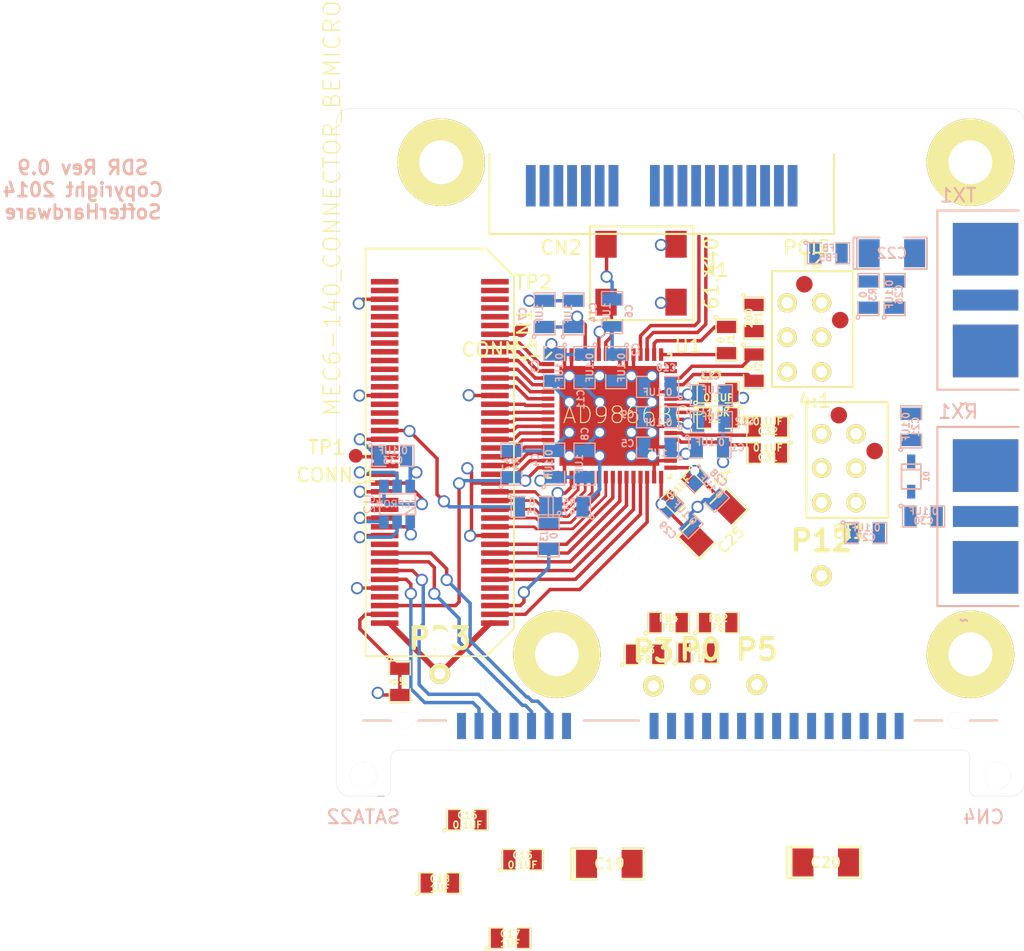
<source format=kicad_pcb>
(kicad_pcb (version 4) (host pcbnew "(2014-08-05 BZR 5054)-product")
  (layers (0 F.Cu signal) (1 Inner2.Cu signal hide) (2 Inner1.Cu signal) (31 B.Cu signal) (34 B.Paste user) (35 F.Paste user) (36 B.SilkS user) (37 F.SilkS user) (38 B.Mask user) (39 F.Mask user) (44 Edge.Cuts user))
  (net 0 "")
  (net 1 AVDD_ADC)
  (net 2 AVDD_DAC)
  (net 3 CLKVDD)
  (net 4 DVDD)
  (net 5 GND)
  (net 6 "Net-(C24-Pad1)")
  (net 7 "Net-(C24-Pad2)")
  (net 8 "Net-(C26-Pad1)")
  (net 9 "Net-(C27-Pad1)")
  (net 10 "Net-(C27-Pad2)")
  (net 11 "Net-(C30-Pad2)")
  (net 12 "Net-(CN1-Pad1)")
  (net 13 "Net-(CN1-Pad11)")
  (net 14 "Net-(CN1-Pad12)")
  (net 15 "Net-(CN1-Pad13)")
  (net 16 "Net-(CN1-Pad14)")
  (net 17 "Net-(CN1-Pad15)")
  (net 18 "Net-(CN1-Pad16)")
  (net 19 "Net-(CN1-Pad17)")
  (net 20 "Net-(CN1-Pad18)")
  (net 21 "Net-(CN1-Pad19)")
  (net 22 "Net-(CN1-Pad20)")
  (net 23 "Net-(CN1-Pad23)")
  (net 24 "Net-(CN1-Pad24)")
  (net 25 "Net-(CN1-Pad25)")
  (net 26 "Net-(CN1-Pad26)")
  (net 27 "Net-(CN1-Pad27)")
  (net 28 "Net-(CN1-Pad28)")
  (net 29 "Net-(CN1-Pad29)")
  (net 30 "Net-(CN1-Pad3)")
  (net 31 "Net-(CN1-Pad30)")
  (net 32 "Net-(CN1-Pad31)")
  (net 33 "Net-(CN1-Pad34)")
  (net 34 "Net-(CN1-Pad35)")
  (net 35 "Net-(CN1-Pad36)")
  (net 36 "Net-(CN1-Pad37)")
  (net 37 "Net-(CN1-Pad38)")
  (net 38 "Net-(CN1-Pad39)")
  (net 39 "Net-(CN1-Pad40)")
  (net 40 "Net-(CN1-Pad41)")
  (net 41 "Net-(CN1-Pad42)")
  (net 42 "Net-(CN1-Pad43)")
  (net 43 "Net-(CN1-Pad45)")
  (net 44 "Net-(CN1-Pad46)")
  (net 45 "Net-(CN1-Pad47)")
  (net 46 "Net-(CN1-Pad48)")
  (net 47 "Net-(CN1-Pad49)")
  (net 48 "Net-(CN1-Pad5)")
  (net 49 "Net-(CN1-Pad50)")
  (net 50 "Net-(CN1-Pad51)")
  (net 51 "Net-(CN1-Pad52)")
  (net 52 "Net-(CN1-Pad55)")
  (net 53 "Net-(CN1-Pad56)")
  (net 54 "Net-(CN1-Pad57)")
  (net 55 "Net-(CN1-Pad58)")
  (net 56 "Net-(CN1-Pad59)")
  (net 57 "Net-(CN1-Pad6)")
  (net 58 "Net-(CN1-Pad60)")
  (net 59 "Net-(CN1-Pad61)")
  (net 60 "Net-(CN1-Pad62)")
  (net 61 "Net-(CN1-Pad63)")
  (net 62 "Net-(CN1-Pad64)")
  (net 63 "Net-(CN1-Pad65)")
  (net 64 "Net-(CN1-Pad66)")
  (net 65 "Net-(CN1-Pad67)")
  (net 66 "Net-(CN1-Pad68)")
  (net 67 "Net-(CN1-Pad69)")
  (net 68 "Net-(CN1-Pad7)")
  (net 69 "Net-(CN1-Pad70)")
  (net 70 "Net-(CN1-Pad71)")
  (net 71 "Net-(CN1-Pad72)")
  (net 72 "Net-(CN1-Pad73)")
  (net 73 "Net-(CN1-Pad74)")
  (net 74 "Net-(CN1-Pad75)")
  (net 75 "Net-(CN1-Pad77)")
  (net 76 "Net-(CN1-Pad8)")
  (net 77 "Net-(CN1-Pad9)")
  (net 78 "Net-(U1-Pad56)")
  (net 79 RXN)
  (net 80 RXP)
  (net 81 VIN)
  (net 82 "Net-(C10-Pad2)")
  (net 83 3VIN)
  (net 84 "Net-(C22-Pad1)")
  (net 85 "Net-(C23-Pad2)")
  (net 86 5VIN)
  (net 87 TXN)
  (net 88 TXP)
  (net 89 TXLN)
  (net 90 TXLP)
  (net 91 12VIN)
  (net 92 "Net-(J1-Pad2)")
  (net 93 "Net-(J2-Pad2)")
  (net 94 "Net-(J3-Pad1)")
  (net 95 "Net-(R2-Pad1)")
  (net 96 "Net-(T2-Pad1)")
  (net 97 "Net-(U1-Pad57)")
  (net 98 "Net-(U1-Pad61)")
  (net 99 "Net-(C31-Pad2)")
  (net 100 "Net-(C32-Pad2)")
  (net 101 "Net-(C33-Pad1)")
  (net 102 "Net-(C21-Pad2)")
  (module HERMESLITE:SATA22 (layer B.Cu) (at 125.65 131.6 180)
    (fp_text reference CN4 (at -22 -3 180) (layer B.SilkS) (effects (justify mirror)))
    (fp_text value SATA22 (at 23 -3 180) (layer B.SilkS) (effects (justify mirror)))
    (pad P1 smd rect (at 1.905 3.6 180) (size 0.65 1.9) (layers B.Cu B.Paste B.Mask) (net 83 3VIN))
    (pad P2 smd rect (at 0.635 3.6 180) (size 0.65 1.9) (layers B.Cu B.Paste B.Mask) (net 83 3VIN))
    (pad P3 smd rect (at -0.635 3.6 180) (size 0.65 1.9) (layers B.Cu B.Paste B.Mask) (net 83 3VIN))
    (pad P4 smd rect (at -1.905 3.6 180) (size 0.65 1.9) (layers B.Cu B.Paste B.Mask) (net 5 GND))
    (pad P5 smd rect (at -3.175 3.6 180) (size 0.65 1.9) (layers B.Cu B.Paste B.Mask) (net 5 GND))
    (pad P6 smd rect (at -4.445 3.6 180) (size 0.65 1.9) (layers B.Cu B.Paste B.Mask) (net 5 GND))
    (pad P7 smd rect (at -5.715 3.6 180) (size 0.65 1.9) (layers B.Cu B.Paste B.Mask) (net 86 5VIN))
    (pad P8 smd rect (at -6.985 3.6 180) (size 0.65 1.9) (layers B.Cu B.Paste B.Mask) (net 86 5VIN))
    (pad P9 smd rect (at -8.255 3.6 180) (size 0.65 1.9) (layers B.Cu B.Paste B.Mask) (net 86 5VIN))
    (pad P10 smd rect (at -9.525 3.6 180) (size 0.65 1.9) (layers B.Cu B.Paste B.Mask) (net 5 GND))
    (pad P11 smd rect (at -10.795 3.6 180) (size 0.65 1.9) (layers B.Cu B.Paste B.Mask) (net 5 GND))
    (pad P12 smd rect (at -12.065 3.6 180) (size 0.65 1.9) (layers B.Cu B.Paste B.Mask) (net 5 GND))
    (pad P13 smd rect (at -13.335 3.6 180) (size 0.65 1.9) (layers B.Cu B.Paste B.Mask) (net 91 12VIN))
    (pad P14 smd rect (at -14.605 3.6 180) (size 0.65 1.9) (layers B.Cu B.Paste B.Mask) (net 91 12VIN))
    (pad P15 smd rect (at -15.875 3.6 180) (size 0.65 1.9) (layers B.Cu B.Paste B.Mask) (net 91 12VIN))
    (pad S1 smd rect (at 15.875 3.6 180) (size 0.65 1.9) (layers B.Cu B.Paste B.Mask) (net 5 GND))
    (pad S2 smd rect (at 14.605 3.6 180) (size 0.65 1.9) (layers B.Cu B.Paste B.Mask) (net 14 "Net-(CN1-Pad12)"))
    (pad S3 smd rect (at 13.335 3.6 180) (size 0.65 1.9) (layers B.Cu B.Paste B.Mask) (net 16 "Net-(CN1-Pad14)"))
    (pad S4 smd rect (at 12.065 3.6 180) (size 0.65 1.9) (layers B.Cu B.Paste B.Mask) (net 5 GND))
    (pad S5 smd rect (at 10.795 3.6 180) (size 0.65 1.9) (layers B.Cu B.Paste B.Mask) (net 18 "Net-(CN1-Pad16)"))
    (pad S6 smd rect (at 9.525 3.6 180) (size 0.65 1.9) (layers B.Cu B.Paste B.Mask) (net 20 "Net-(CN1-Pad18)"))
    (pad S7 smd rect (at 8.255 3.6 180) (size 0.65 1.9) (layers B.Cu B.Paste B.Mask) (net 5 GND))
    (pad "" np_thru_hole circle (at 20 4 180) (size 1.2 1.2) (drill 1.2) (layers *.Cu *.Mask B.SilkS))
    (pad "" np_thru_hole circle (at -20 4 180) (size 1.2 1.2) (drill 1.2) (layers *.Cu *.Mask B.SilkS))
    (pad "" np_thru_hole circle (at -23 0 180) (size 1.95 1.95) (drill 1.95) (layers *.Cu *.Mask B.SilkS))
    (pad "" np_thru_hole circle (at 23 0 180) (size 1.95 1.95) (drill 1.95) (layers *.Cu *.Mask B.SilkS))
  )
  (module HERMESLITE:PCIESTRADDLE (layer F.Cu) (at 122.3 85.3)
    (fp_text reference CN2 (at -5.3 8) (layer F.SilkS))
    (fp_text value PCIE (at 12.5 8) (layer F.SilkS))
    (pad B1 smd rect (at 11.5 3.5) (size 0.7 3) (layers F.Cu F.Paste F.Mask) (net 5 GND))
    (pad B2 smd rect (at 10.5 3.5) (size 0.7 3) (layers F.Cu F.Paste F.Mask) (net 79 RXN))
    (pad B3 smd rect (at 9.5 3.5) (size 0.7 3) (layers F.Cu F.Paste F.Mask) (net 80 RXP))
    (pad B4 smd rect (at 8.5 3.5) (size 0.7 3) (layers F.Cu F.Paste F.Mask) (net 5 GND))
    (pad B5 smd rect (at 7.5 3.5) (size 0.7 3) (layers F.Cu F.Paste F.Mask) (net 87 TXN))
    (pad B6 smd rect (at 6.5 3.5) (size 0.7 3) (layers F.Cu F.Paste F.Mask) (net 88 TXP))
    (pad B7 smd rect (at 5.5 3.5) (size 0.7 3) (layers F.Cu F.Paste F.Mask) (net 5 GND))
    (pad B8 smd rect (at 4.5 3.5) (size 0.7 3) (layers F.Cu F.Paste F.Mask) (net 89 TXLN))
    (pad B9 smd rect (at 3.5 3.5) (size 0.7 3) (layers F.Cu F.Paste F.Mask) (net 90 TXLP))
    (pad B10 smd rect (at 2.5 3.5) (size 0.7 3) (layers F.Cu F.Paste F.Mask) (net 5 GND))
    (pad B11 smd rect (at 1.5 3.5) (size 0.7 3) (layers F.Cu F.Paste F.Mask) (net 49 "Net-(CN1-Pad50)"))
    (pad B12 smd rect (at -1.5 3.5) (size 0.7 3) (layers F.Cu F.Paste F.Mask) (net 51 "Net-(CN1-Pad52)"))
    (pad B13 smd rect (at -2.5 3.5) (size 0.7 3) (layers F.Cu F.Paste F.Mask) (net 53 "Net-(CN1-Pad56)"))
    (pad B14 smd rect (at -3.5 3.5) (size 0.7 3) (layers F.Cu F.Paste F.Mask) (net 55 "Net-(CN1-Pad58)"))
    (pad B15 smd rect (at -4.5 3.5) (size 0.7 3) (layers F.Cu F.Paste F.Mask) (net 64 "Net-(CN1-Pad66)"))
    (pad B16 smd rect (at -5.5 3.5) (size 0.7 3) (layers F.Cu F.Paste F.Mask) (net 62 "Net-(CN1-Pad64)"))
    (pad B17 smd rect (at -6.5 3.5) (size 0.7 3) (layers F.Cu F.Paste F.Mask) (net 60 "Net-(CN1-Pad62)"))
    (pad B18 smd rect (at -7.5 3.5) (size 0.7 3) (layers F.Cu F.Paste F.Mask) (net 58 "Net-(CN1-Pad60)"))
    (pad A1 smd rect (at 11.5 3.5) (size 0.7 3) (layers B.Cu F.Paste F.Mask) (net 5 GND))
    (pad A2 smd rect (at 10.5 3.5) (size 0.7 3) (layers B.Cu F.Paste F.Mask) (net 5 GND))
    (pad A3 smd rect (at 9.5 3.5) (size 0.7 3) (layers B.Cu F.Paste F.Mask) (net 5 GND))
    (pad A4 smd rect (at 8.5 3.5) (size 0.7 3) (layers B.Cu F.Paste F.Mask) (net 5 GND))
    (pad A5 smd rect (at 7.5 3.5) (size 0.7 3) (layers B.Cu F.Paste F.Mask) (net 5 GND))
    (pad A6 smd rect (at 6.5 3.5) (size 0.7 3) (layers B.Cu F.Paste F.Mask) (net 5 GND))
    (pad A7 smd rect (at 5.5 3.5) (size 0.7 3) (layers B.Cu F.Paste F.Mask) (net 5 GND))
    (pad A8 smd rect (at 4.5 3.5) (size 0.7 3) (layers B.Cu F.Paste F.Mask) (net 5 GND))
    (pad A9 smd rect (at 3.5 3.5) (size 0.7 3) (layers B.Cu F.Paste F.Mask) (net 5 GND))
    (pad A10 smd rect (at 2.5 3.5) (size 0.7 3) (layers B.Cu F.Paste F.Mask) (net 5 GND))
    (pad A11 smd rect (at 1.5 3.5) (size 0.7 3) (layers B.Cu F.Paste F.Mask) (net 91 12VIN))
    (pad A12 smd rect (at -1.5 3.5) (size 0.7 3) (layers B.Cu F.Paste F.Mask) (net 91 12VIN))
    (pad A13 smd rect (at -2.5 3.5) (size 0.7 3) (layers B.Cu F.Paste F.Mask) (net 86 5VIN))
    (pad A14 smd rect (at -3.5 3.5) (size 0.7 3) (layers B.Cu F.Paste F.Mask) (net 86 5VIN))
    (pad A15 smd rect (at -4.5 3.5) (size 0.7 3) (layers B.Cu F.Paste F.Mask) (net 83 3VIN))
    (pad A16 smd rect (at -5.5 3.5) (size 0.7 3) (layers B.Cu F.Paste F.Mask) (net 83 3VIN))
    (pad A17 smd rect (at -6.5 3.5) (size 0.7 3) (layers B.Cu F.Paste F.Mask) (net 5 GND))
    (pad A18 smd rect (at -7.5 3.5) (size 0.7 3) (layers B.Cu F.Paste F.Mask) (net 5 GND))
  )
  (module HERMESLITE:CP_64_3-M (layer F.Cu) (at 120.5 105.5)
    (fp_text reference U1 (at 4.625 -4.5) (layer F.SilkS) (effects (justify left bottom)))
    (fp_text value AD9866BCPZ (at -3.4544 0.635) (layer F.SilkS) (effects (font (size 1.2065 1.2065) (thickness 0.0762)) (justify left bottom)))
    (fp_text user * (at -6.1214 -3.7338) (layer F.SilkS) (effects (font (size 1.2065 1.2065) (thickness 0.0762))))
    (pad 1 smd rect (at -4.445 -3.7592 270) (size 0.3048 0.9144) (layers F.Cu F.Paste F.Mask) (net 63 "Net-(CN1-Pad65)"))
    (pad 2 smd rect (at -4.445 -3.2512 270) (size 0.3048 0.9144) (layers F.Cu F.Paste F.Mask) (net 61 "Net-(CN1-Pad63)"))
    (pad 3 smd rect (at -4.445 -2.7432 270) (size 0.3048 0.9144) (layers F.Cu F.Paste F.Mask) (net 59 "Net-(CN1-Pad61)"))
    (pad 4 smd rect (at -4.445 -2.2606 270) (size 0.3048 0.9144) (layers F.Cu F.Paste F.Mask) (net 56 "Net-(CN1-Pad59)"))
    (pad 5 smd rect (at -4.445 -1.7526 270) (size 0.3048 0.9144) (layers F.Cu F.Paste F.Mask) (net 54 "Net-(CN1-Pad57)"))
    (pad 6 smd rect (at -4.445 -1.2446 270) (size 0.3048 0.9144) (layers F.Cu F.Paste F.Mask) (net 52 "Net-(CN1-Pad55)"))
    (pad 7 smd rect (at -4.445 -0.762 270) (size 0.3048 0.9144) (layers F.Cu F.Paste F.Mask) (net 50 "Net-(CN1-Pad51)"))
    (pad 8 smd rect (at -4.445 -0.254 270) (size 0.3048 0.9144) (layers F.Cu F.Paste F.Mask) (net 47 "Net-(CN1-Pad49)"))
    (pad 9 smd rect (at -4.445 0.254 270) (size 0.3048 0.9144) (layers F.Cu F.Paste F.Mask) (net 45 "Net-(CN1-Pad47)"))
    (pad 10 smd rect (at -4.445 0.762 270) (size 0.3048 0.9144) (layers F.Cu F.Paste F.Mask) (net 43 "Net-(CN1-Pad45)"))
    (pad 11 smd rect (at -4.445 1.2446 270) (size 0.3048 0.9144) (layers F.Cu F.Paste F.Mask) (net 42 "Net-(CN1-Pad43)"))
    (pad 12 smd rect (at -4.445 1.7526 270) (size 0.3048 0.9144) (layers F.Cu F.Paste F.Mask) (net 40 "Net-(CN1-Pad41)"))
    (pad 13 smd rect (at -4.445 2.2606 270) (size 0.3048 0.9144) (layers F.Cu F.Paste F.Mask) (net 38 "Net-(CN1-Pad39)"))
    (pad 14 smd rect (at -4.445 2.7432 270) (size 0.3048 0.9144) (layers F.Cu F.Paste F.Mask) (net 36 "Net-(CN1-Pad37)"))
    (pad 15 smd rect (at -4.445 3.2512 270) (size 0.3048 0.9144) (layers F.Cu F.Paste F.Mask) (net 34 "Net-(CN1-Pad35)"))
    (pad 16 smd rect (at -4.445 3.7592 270) (size 0.3048 0.9144) (layers F.Cu F.Paste F.Mask) (net 57 "Net-(CN1-Pad6)"))
    (pad 17 smd rect (at -3.7592 4.445 180) (size 0.3048 0.9144) (layers F.Cu F.Paste F.Mask) (net 4 DVDD))
    (pad 18 smd rect (at -3.2512 4.445 180) (size 0.3048 0.9144) (layers F.Cu F.Paste F.Mask) (net 5 GND))
    (pad 19 smd rect (at -2.7432 4.445 180) (size 0.3048 0.9144) (layers F.Cu F.Paste F.Mask) (net 94 "Net-(J3-Pad1)"))
    (pad 20 smd rect (at -2.2606 4.445 180) (size 0.3048 0.9144) (layers F.Cu F.Paste F.Mask) (net 32 "Net-(CN1-Pad31)"))
    (pad 21 smd rect (at -1.7526 4.445 180) (size 0.3048 0.9144) (layers F.Cu F.Paste F.Mask) (net 29 "Net-(CN1-Pad29)"))
    (pad 22 smd rect (at -1.2446 4.445 180) (size 0.3048 0.9144) (layers F.Cu F.Paste F.Mask) (net 27 "Net-(CN1-Pad27)"))
    (pad 23 smd rect (at -0.762 4.445 180) (size 0.3048 0.9144) (layers F.Cu F.Paste F.Mask) (net 25 "Net-(CN1-Pad25)"))
    (pad 24 smd rect (at -0.254 4.445 180) (size 0.3048 0.9144) (layers F.Cu F.Paste F.Mask) (net 23 "Net-(CN1-Pad23)"))
    (pad 25 smd rect (at 0.254 4.445 180) (size 0.3048 0.9144) (layers F.Cu F.Paste F.Mask) (net 21 "Net-(CN1-Pad19)"))
    (pad 26 smd rect (at 0.762 4.445 180) (size 0.3048 0.9144) (layers F.Cu F.Paste F.Mask) (net 19 "Net-(CN1-Pad17)"))
    (pad 27 smd rect (at 1.2446 4.445 180) (size 0.3048 0.9144) (layers F.Cu F.Paste F.Mask) (net 17 "Net-(CN1-Pad15)"))
    (pad 28 smd rect (at 1.7526 4.445 180) (size 0.3048 0.9144) (layers F.Cu F.Paste F.Mask) (net 15 "Net-(CN1-Pad13)"))
    (pad 29 smd rect (at 2.2606 4.445 180) (size 0.3048 0.9144) (layers F.Cu F.Paste F.Mask) (net 13 "Net-(CN1-Pad11)"))
    (pad 30 smd rect (at 2.7432 4.445 180) (size 0.3048 0.9144) (layers F.Cu F.Paste F.Mask) (net 30 "Net-(CN1-Pad3)"))
    (pad 31 smd rect (at 3.2512 4.445 180) (size 0.3048 0.9144) (layers F.Cu F.Paste F.Mask) (net 5 GND))
    (pad 32 smd rect (at 3.7592 4.445 180) (size 0.3048 0.9144) (layers F.Cu F.Paste F.Mask) (net 6 "Net-(C24-Pad1)"))
    (pad 33 smd rect (at 4.445 3.7592 270) (size 0.3048 0.9144) (layers F.Cu F.Paste F.Mask) (net 7 "Net-(C24-Pad2)"))
    (pad 34 smd rect (at 4.445 3.2512 270) (size 0.3048 0.9144) (layers F.Cu F.Paste F.Mask) (net 5 GND))
    (pad 35 smd rect (at 4.445 2.7432 270) (size 0.3048 0.9144) (layers F.Cu F.Paste F.Mask) (net 1 AVDD_ADC))
    (pad 36 smd rect (at 4.445 2.2606 270) (size 0.3048 0.9144) (layers F.Cu F.Paste F.Mask) (net 5 GND))
    (pad 37 smd rect (at 4.445 1.7526 270) (size 0.3048 0.9144) (layers F.Cu F.Paste F.Mask) (net 99 "Net-(C31-Pad2)"))
    (pad 38 smd rect (at 4.445 1.2446 270) (size 0.3048 0.9144) (layers F.Cu F.Paste F.Mask) (net 100 "Net-(C32-Pad2)"))
    (pad 39 smd rect (at 4.445 0.762 270) (size 0.3048 0.9144) (layers F.Cu F.Paste F.Mask) (net 5 GND))
    (pad 40 smd rect (at 4.445 0.254 270) (size 0.3048 0.9144) (layers F.Cu F.Paste F.Mask) (net 1 AVDD_ADC))
    (pad 41 smd rect (at 4.445 -0.254 270) (size 0.3048 0.9144) (layers F.Cu F.Paste F.Mask) (net 95 "Net-(R2-Pad1)"))
    (pad 42 smd rect (at 4.445 -0.762 270) (size 0.3048 0.9144) (layers F.Cu F.Paste F.Mask) (net 85 "Net-(C23-Pad2)"))
    (pad 43 smd rect (at 4.445 -1.2446 270) (size 0.3048 0.9144) (layers F.Cu F.Paste F.Mask) (net 2 AVDD_DAC))
    (pad 44 smd rect (at 4.445 -1.7526 270) (size 0.3048 0.9144) (layers F.Cu F.Paste F.Mask) (net 5 GND))
    (pad 45 smd rect (at 4.445 -2.2606 270) (size 0.3048 0.9144) (layers F.Cu F.Paste F.Mask) (net 93 "Net-(J2-Pad2)"))
    (pad 46 smd rect (at 4.445 -2.7432 270) (size 0.3048 0.9144) (layers F.Cu F.Paste F.Mask) (net 87 TXN))
    (pad 47 smd rect (at 4.445 -3.2512 270) (size 0.3048 0.9144) (layers F.Cu F.Paste F.Mask) (net 5 GND))
    (pad 48 smd rect (at 4.445 -3.7592 270) (size 0.3048 0.9144) (layers F.Cu F.Paste F.Mask) (net 5 GND))
    (pad 49 smd rect (at 3.7592 -4.445 180) (size 0.3048 0.9144) (layers F.Cu F.Paste F.Mask) (net 92 "Net-(J1-Pad2)"))
    (pad 50 smd rect (at 3.2512 -4.445 180) (size 0.3048 0.9144) (layers F.Cu F.Paste F.Mask) (net 88 TXP))
    (pad 51 smd rect (at 2.7432 -4.445 180) (size 0.3048 0.9144) (layers F.Cu F.Paste F.Mask) (net 89 TXLN))
    (pad 52 smd rect (at 2.2606 -4.445 180) (size 0.3048 0.9144) (layers F.Cu F.Paste F.Mask) (net 90 TXLP))
    (pad 53 smd rect (at 1.7526 -4.445 180) (size 0.3048 0.9144) (layers F.Cu F.Paste F.Mask) (net 5 GND))
    (pad 54 smd rect (at 1.2446 -4.445 180) (size 0.3048 0.9144) (layers F.Cu F.Paste F.Mask) (net 5 GND))
    (pad 55 smd rect (at 0.762 -4.445 180) (size 0.3048 0.9144) (layers F.Cu F.Paste F.Mask) (net 5 GND))
    (pad 56 smd rect (at 0.254 -4.445 180) (size 0.3048 0.9144) (layers F.Cu F.Paste F.Mask) (net 78 "Net-(U1-Pad56)"))
    (pad 57 smd rect (at -0.254 -4.445 180) (size 0.3048 0.9144) (layers F.Cu F.Paste F.Mask) (net 97 "Net-(U1-Pad57)"))
    (pad 58 smd rect (at -0.762 -4.445 180) (size 0.3048 0.9144) (layers F.Cu F.Paste F.Mask) (net 3 CLKVDD))
    (pad 59 smd rect (at -1.2446 -4.445 180) (size 0.3048 0.9144) (layers F.Cu F.Paste F.Mask) (net 5 GND))
    (pad 60 smd rect (at -1.7526 -4.445 180) (size 0.3048 0.9144) (layers F.Cu F.Paste F.Mask) (net 4 DVDD))
    (pad 61 smd rect (at -2.2606 -4.445 180) (size 0.3048 0.9144) (layers F.Cu F.Paste F.Mask) (net 98 "Net-(U1-Pad61)"))
    (pad 62 smd rect (at -2.7432 -4.445 180) (size 0.3048 0.9144) (layers F.Cu F.Paste F.Mask) (net 5 GND))
    (pad 63 smd rect (at -3.2512 -4.445 180) (size 0.3048 0.9144) (layers F.Cu F.Paste F.Mask) (net 5 GND))
    (pad 64 smd rect (at -3.7592 -4.445 180) (size 0.3048 0.9144) (layers F.Cu F.Paste F.Mask) (net 4 DVDD))
    (pad 65 smd rect (at 0 0) (size 7.239 7.239) (layers F.Cu F.Paste F.Mask) (net 5 GND))
  )
  (module SMD_Packages:SM0805 (layer B.Cu) (at 127.8 107.8)
    (fp_text reference C1 (at 2.025 0) (layer B.SilkS) (effects (font (size 0.50038 0.50038) (thickness 0.10922)) (justify mirror)))
    (fp_text value 0.1UF (at 0 -0.381) (layer B.SilkS) (effects (font (size 0.50038 0.50038) (thickness 0.10922)) (justify mirror)))
    (pad 1 smd rect (at -0.9525 0) (size 0.889 1.397) (layers B.Cu B.Paste B.Mask) (net 1 AVDD_ADC))
    (pad 2 smd rect (at 0.9525 0) (size 0.889 1.397) (layers B.Cu B.Paste B.Mask) (net 5 GND))
  )
  (module SMD_Packages:SM0805 (layer B.Cu) (at 121 102 270)
    (fp_text reference C2 (at -1.3 -1.425 270) (layer B.SilkS) (effects (font (size 0.50038 0.50038) (thickness 0.10922)) (justify mirror)))
    (fp_text value 0.1UF (at 0 -0.381 270) (layer B.SilkS) (effects (font (size 0.50038 0.50038) (thickness 0.10922)) (justify mirror)))
    (pad 1 smd rect (at -0.9525 0 270) (size 0.889 1.397) (layers B.Cu B.Paste B.Mask) (net 3 CLKVDD))
    (pad 2 smd rect (at 0.9525 0 270) (size 0.889 1.397) (layers B.Cu B.Paste B.Mask) (net 5 GND))
  )
  (module SMD_Packages:SM0805 (layer B.Cu) (at 116.5 102 270)
    (fp_text reference C3 (at -0.1 1.375 270) (layer B.SilkS) (effects (font (size 0.50038 0.50038) (thickness 0.10922)) (justify mirror)))
    (fp_text value 0.1UF (at 0 -0.381 270) (layer B.SilkS) (effects (font (size 0.50038 0.50038) (thickness 0.10922)) (justify mirror)))
    (pad 1 smd rect (at -0.9525 0 270) (size 0.889 1.397) (layers B.Cu B.Paste B.Mask) (net 4 DVDD))
    (pad 2 smd rect (at 0.9525 0 270) (size 0.889 1.397) (layers B.Cu B.Paste B.Mask) (net 5 GND))
  )
  (module SMD_Packages:SM0805 (layer B.Cu) (at 116.5 109 90)
    (fp_text reference C4 (at 0.3 -1.375 90) (layer B.SilkS) (effects (font (size 0.50038 0.50038) (thickness 0.10922)) (justify mirror)))
    (fp_text value 0.1UF (at 0 -0.381 90) (layer B.SilkS) (effects (font (size 0.50038 0.50038) (thickness 0.10922)) (justify mirror)))
    (pad 1 smd rect (at -0.9525 0 90) (size 0.889 1.397) (layers B.Cu B.Paste B.Mask) (net 4 DVDD))
    (pad 2 smd rect (at 0.9525 0 90) (size 0.889 1.397) (layers B.Cu B.Paste B.Mask) (net 5 GND))
  )
  (module SMD_Packages:SM0805 (layer B.Cu) (at 124 107.8 180)
    (fp_text reference C5 (at 2.175 0.3 180) (layer B.SilkS) (effects (font (size 0.50038 0.50038) (thickness 0.10922)) (justify mirror)))
    (fp_text value 1UF (at 0 -0.381 180) (layer B.SilkS) (effects (font (size 0.50038 0.50038) (thickness 0.10922)) (justify mirror)))
    (pad 1 smd rect (at -0.9525 0 180) (size 0.889 1.397) (layers B.Cu B.Paste B.Mask) (net 1 AVDD_ADC))
    (pad 2 smd rect (at 0.9525 0 180) (size 0.889 1.397) (layers B.Cu B.Paste B.Mask) (net 5 GND))
  )
  (module SMD_Packages:SM0805 (layer B.Cu) (at 120.7 98 90)
    (fp_text reference C6 (at 0.1 1.225 90) (layer B.SilkS) (effects (font (size 0.50038 0.50038) (thickness 0.10922)) (justify mirror)))
    (fp_text value 1UF (at 0 -0.381 90) (layer B.SilkS) (effects (font (size 0.50038 0.50038) (thickness 0.10922)) (justify mirror)))
    (pad 1 smd rect (at -0.9525 0 90) (size 0.889 1.397) (layers B.Cu B.Paste B.Mask) (net 3 CLKVDD))
    (pad 2 smd rect (at 0.9525 0 90) (size 0.889 1.397) (layers B.Cu B.Paste B.Mask) (net 5 GND))
  )
  (module SMD_Packages:SM0805 (layer B.Cu) (at 115.8 98.1 90)
    (fp_text reference C7 (at 0 -1.575 90) (layer B.SilkS) (effects (font (size 0.50038 0.50038) (thickness 0.10922)) (justify mirror)))
    (fp_text value 1UF (at 0 -0.381 90) (layer B.SilkS) (effects (font (size 0.50038 0.50038) (thickness 0.10922)) (justify mirror)))
    (pad 1 smd rect (at -0.9525 0 90) (size 0.889 1.397) (layers B.Cu B.Paste B.Mask) (net 4 DVDD))
    (pad 2 smd rect (at 0.9525 0 90) (size 0.889 1.397) (layers B.Cu B.Paste B.Mask) (net 5 GND))
  )
  (module SMD_Packages:SM0805 (layer B.Cu) (at 118.7 109 90)
    (fp_text reference C8 (at 2.2 0.025 90) (layer B.SilkS) (effects (font (size 0.50038 0.50038) (thickness 0.10922)) (justify mirror)))
    (fp_text value 1UF (at 0 -0.381 90) (layer B.SilkS) (effects (font (size 0.50038 0.50038) (thickness 0.10922)) (justify mirror)))
    (pad 1 smd rect (at -0.9525 0 90) (size 0.889 1.397) (layers B.Cu B.Paste B.Mask) (net 4 DVDD))
    (pad 2 smd rect (at 0.9525 0 90) (size 0.889 1.397) (layers B.Cu B.Paste B.Mask) (net 5 GND))
  )
  (module SMD_Packages:SM0805 (layer B.Cu) (at 124 105.6 180)
    (fp_text reference C9 (at 2.175 0.2 180) (layer B.SilkS) (effects (font (size 0.50038 0.50038) (thickness 0.10922)) (justify mirror)))
    (fp_text value 0.1UF (at 0 -0.381 180) (layer B.SilkS) (effects (font (size 0.50038 0.50038) (thickness 0.10922)) (justify mirror)))
    (pad 1 smd rect (at -0.9525 0 180) (size 0.889 1.397) (layers B.Cu B.Paste B.Mask) (net 1 AVDD_ADC))
    (pad 2 smd rect (at 0.9525 0 180) (size 0.889 1.397) (layers B.Cu B.Paste B.Mask) (net 5 GND))
  )
  (module SMD_Packages:SM0805 (layer B.Cu) (at 124 103.4 180)
    (fp_text reference C10 (at -0.625 1.4 180) (layer B.SilkS) (effects (font (size 0.50038 0.50038) (thickness 0.10922)) (justify mirror)))
    (fp_text value 0.1UF (at 0 -0.381 180) (layer B.SilkS) (effects (font (size 0.50038 0.50038) (thickness 0.10922)) (justify mirror)))
    (pad 1 smd rect (at -0.9525 0 180) (size 0.889 1.397) (layers B.Cu B.Paste B.Mask) (net 2 AVDD_DAC))
    (pad 2 smd rect (at 0.9525 0 180) (size 0.889 1.397) (layers B.Cu B.Paste B.Mask) (net 82 "Net-(C10-Pad2)"))
  )
  (module SMD_Packages:SM0805 (layer B.Cu) (at 118.7 102 270)
    (fp_text reference C11 (at 2.3 0.275 270) (layer B.SilkS) (effects (font (size 0.50038 0.50038) (thickness 0.10922)) (justify mirror)))
    (fp_text value 0.1UF (at 0 -0.381 270) (layer B.SilkS) (effects (font (size 0.50038 0.50038) (thickness 0.10922)) (justify mirror)))
    (pad 1 smd rect (at -0.9525 0 270) (size 0.889 1.397) (layers B.Cu B.Paste B.Mask) (net 4 DVDD))
    (pad 2 smd rect (at 0.9525 0 270) (size 0.889 1.397) (layers B.Cu B.Paste B.Mask) (net 5 GND))
  )
  (module SMD_Packages:SM0805 (layer B.Cu) (at 127.9 105.95)
    (fp_text reference C12 (at 2.425 -0.05) (layer B.SilkS) (effects (font (size 0.50038 0.50038) (thickness 0.10922)) (justify mirror)))
    (fp_text value 1UF (at 0 -0.381) (layer B.SilkS) (effects (font (size 0.50038 0.50038) (thickness 0.10922)) (justify mirror)))
    (pad 1 smd rect (at -0.9525 0) (size 0.889 1.397) (layers B.Cu B.Paste B.Mask) (net 1 AVDD_ADC))
    (pad 2 smd rect (at 0.9525 0) (size 0.889 1.397) (layers B.Cu B.Paste B.Mask) (net 5 GND))
  )
  (module SMD_Packages:SM0805 (layer B.Cu) (at 127.9 104)
    (fp_text reference C13 (at -0.075 -1.4) (layer B.SilkS) (effects (font (size 0.50038 0.50038) (thickness 0.10922)) (justify mirror)))
    (fp_text value 1UF (at 0 -0.381) (layer B.SilkS) (effects (font (size 0.50038 0.50038) (thickness 0.10922)) (justify mirror)))
    (pad 1 smd rect (at -0.9525 0) (size 0.889 1.397) (layers B.Cu B.Paste B.Mask) (net 2 AVDD_DAC))
    (pad 2 smd rect (at 0.9525 0) (size 0.889 1.397) (layers B.Cu B.Paste B.Mask) (net 82 "Net-(C10-Pad2)"))
  )
  (module SMD_Packages:SM0805 (layer B.Cu) (at 117.9 98.1 90)
    (fp_text reference C14 (at 0.1 1.425 90) (layer B.SilkS) (effects (font (size 0.50038 0.50038) (thickness 0.10922)) (justify mirror)))
    (fp_text value 1UF (at 0 -0.381 90) (layer B.SilkS) (effects (font (size 0.50038 0.50038) (thickness 0.10922)) (justify mirror)))
    (pad 1 smd rect (at -0.9525 0 90) (size 0.889 1.397) (layers B.Cu B.Paste B.Mask) (net 4 DVDD))
    (pad 2 smd rect (at 0.9525 0 90) (size 0.889 1.397) (layers B.Cu B.Paste B.Mask) (net 5 GND))
  )
  (module SMD_Packages:SM0805 (layer F.Cu) (at 128.4 103.8)
    (fp_text reference C23 (at -0.475 -1.3) (layer F.SilkS) (effects (font (size 0.50038 0.50038) (thickness 0.10922))))
    (fp_text value 0.1UF (at 0 0.381) (layer F.SilkS) (effects (font (size 0.50038 0.50038) (thickness 0.10922))))
    (pad 1 smd rect (at -0.9525 0) (size 0.889 1.397) (layers F.Cu F.Paste F.Mask) (net 5 GND))
    (pad 2 smd rect (at 0.9525 0) (size 0.889 1.397) (layers F.Cu F.Paste F.Mask) (net 85 "Net-(C23-Pad2)"))
  )
  (module SMD_Packages:SM0805 (layer F.Cu) (at 125.8 111 225)
    (fp_text reference C24 (at -2.846105 -1.29047 225) (layer F.SilkS) (effects (font (size 0.50038 0.50038) (thickness 0.10922))))
    (fp_text value 0.1UF (at 0 0.381 225) (layer F.SilkS) (effects (font (size 0.50038 0.50038) (thickness 0.10922))))
    (pad 1 smd rect (at -0.9525 0 225) (size 0.889 1.397) (layers F.Cu F.Paste F.Mask) (net 6 "Net-(C24-Pad1)"))
    (pad 2 smd rect (at 0.9525 0 225) (size 0.889 1.397) (layers F.Cu F.Paste F.Mask) (net 7 "Net-(C24-Pad2)"))
  )
  (module SMD_Packages:SM1206 (layer F.Cu) (at 128 113.3 225)
    (fp_text reference C25 (at -0.088388 -1.785445 225) (layer F.SilkS) (effects (font (size 0.762 0.762) (thickness 0.127))))
    (fp_text value 10UF hide)
    (pad 1 smd rect (at -1.651 0 225) (size 1.524 2.032) (layers F.Cu F.Paste F.Mask) (net 6 "Net-(C24-Pad1)"))
    (pad 2 smd rect (at 1.651 0 225) (size 1.524 2.032) (layers F.Cu F.Paste F.Mask) (net 7 "Net-(C24-Pad2)"))
  )
  (module SMD_Packages:SM0805 (layer B.Cu) (at 127.6 110.9 315)
    (fp_text reference C28 (at -0.053033 -1.219759 315) (layer B.SilkS) (effects (font (size 0.50038 0.50038) (thickness 0.10922)) (justify mirror)))
    (fp_text value 0.1UF (at 0 -0.381 315) (layer B.SilkS) (effects (font (size 0.50038 0.50038) (thickness 0.10922)) (justify mirror)))
    (pad 1 smd rect (at -0.9525 0 315) (size 0.889 1.397) (layers B.Cu B.Paste B.Mask) (net 7 "Net-(C24-Pad2)"))
    (pad 2 smd rect (at 0.9525 0 315) (size 0.889 1.397) (layers B.Cu B.Paste B.Mask) (net 5 GND))
  )
  (module SMD_Packages:SM0805 (layer B.Cu) (at 125.7 112.8 315)
    (fp_text reference C29 (at 0.017678 1.396536 315) (layer B.SilkS) (effects (font (size 0.50038 0.50038) (thickness 0.10922)) (justify mirror)))
    (fp_text value 0.1UF (at 0 -0.381 315) (layer B.SilkS) (effects (font (size 0.50038 0.50038) (thickness 0.10922)) (justify mirror)))
    (pad 1 smd rect (at -0.9525 0 315) (size 0.889 1.397) (layers B.Cu B.Paste B.Mask) (net 6 "Net-(C24-Pad1)"))
    (pad 2 smd rect (at 0.9525 0 315) (size 0.889 1.397) (layers B.Cu B.Paste B.Mask) (net 5 GND))
  )
  (module HERMESLITE:Si510 (layer F.Cu) (at 122.8 95.15 270)
    (fp_text reference X1 (at -0.25 -5.425 360) (layer F.SilkS))
    (fp_text value 61.440 (at 0.02 -5.1 270) (layer F.SilkS))
    (pad 1 smd rect (at -2.1 -2.54 270) (size 1.95 1.55) (layers F.Cu F.Paste F.Mask) (net 5 GND))
    (pad 2 smd rect (at -2.1 2.54 270) (size 1.95 1.55) (layers F.Cu F.Paste F.Mask) (net 5 GND))
    (pad 3 smd rect (at 2.1 2.54 270) (size 1.95 1.55) (layers F.Cu F.Paste F.Mask) (net 97 "Net-(U1-Pad57)"))
    (pad 4 smd rect (at 2.1 -2.54 270) (size 1.95 1.55) (layers F.Cu F.Paste F.Mask) (net 3 CLKVDD))
  )
  (module SMD_Packages:SM0805 (layer F.Cu) (at 128.4 105.65 180)
    (fp_text reference R2 (at -2.125 -0.15 180) (layer F.SilkS) (effects (font (size 0.50038 0.50038) (thickness 0.10922))))
    (fp_text value 1.6K (at 0 0.381 180) (layer F.SilkS) (effects (font (size 0.50038 0.50038) (thickness 0.10922))))
    (pad 1 smd rect (at -0.9525 0 180) (size 0.889 1.397) (layers F.Cu F.Paste F.Mask) (net 95 "Net-(R2-Pad1)"))
    (pad 2 smd rect (at 0.9525 0 180) (size 0.889 1.397) (layers F.Cu F.Paste F.Mask) (net 5 GND))
  )
  (module HERMESLITE:MEC6-140-02-X-D-RAX (layer F.Cu) (at 108.2 108.15 270)
    (fp_text reference CN1 (at -7.35 -6.725 270) (layer F.SilkS) (effects (justify left bottom)))
    (fp_text value MEC6-140_CONNECTOR_BEMICRO (at -2.54 7.112 270) (layer F.SilkS) (effects (font (size 1.2065 1.2065) (thickness 0.1016)) (justify left bottom)))
    (pad 80 smd rect (at -12.3825 4 270) (size 0.4 2) (layers F.Cu F.Paste F.Mask) (net 86 5VIN))
    (pad 79 smd rect (at -12.3825 -4 270) (size 0.4 2) (layers F.Cu F.Paste F.Mask) (net 86 5VIN))
    (pad 78 smd rect (at -11.7475 4 270) (size 0.4 2) (layers F.Cu F.Paste F.Mask) (net 4 DVDD))
    (pad 77 smd rect (at -11.7475 -4 270) (size 0.4 2) (layers F.Cu F.Paste F.Mask) (net 75 "Net-(CN1-Pad77)"))
    (pad 76 smd rect (at -11.1125 4 270) (size 0.4 2) (layers F.Cu F.Paste F.Mask) (net 101 "Net-(C33-Pad1)"))
    (pad 75 smd rect (at -11.1125 -4 270) (size 0.4 2) (layers F.Cu F.Paste F.Mask) (net 74 "Net-(CN1-Pad75)"))
    (pad 74 smd rect (at -10.4775 4 270) (size 0.4 2) (layers F.Cu F.Paste F.Mask) (net 73 "Net-(CN1-Pad74)"))
    (pad 73 smd rect (at -10.4775 -4 270) (size 0.4 2) (layers F.Cu F.Paste F.Mask) (net 72 "Net-(CN1-Pad73)"))
    (pad 72 smd rect (at -9.8425 4 270) (size 0.4 2) (layers F.Cu F.Paste F.Mask) (net 71 "Net-(CN1-Pad72)"))
    (pad 71 smd rect (at -9.8425 -4 270) (size 0.4 2) (layers F.Cu F.Paste F.Mask) (net 70 "Net-(CN1-Pad71)"))
    (pad 70 smd rect (at -9.2075 4 270) (size 0.4 2) (layers F.Cu F.Paste F.Mask) (net 69 "Net-(CN1-Pad70)"))
    (pad 69 smd rect (at -9.2075 -4 270) (size 0.4 2) (layers F.Cu F.Paste F.Mask) (net 67 "Net-(CN1-Pad69)"))
    (pad 68 smd rect (at -8.5725 4 270) (size 0.4 2) (layers F.Cu F.Paste F.Mask) (net 66 "Net-(CN1-Pad68)"))
    (pad 67 smd rect (at -8.5725 -4 270) (size 0.4 2) (layers F.Cu F.Paste F.Mask) (net 65 "Net-(CN1-Pad67)"))
    (pad 66 smd rect (at -7.9375 4 270) (size 0.4 2) (layers F.Cu F.Paste F.Mask) (net 64 "Net-(CN1-Pad66)"))
    (pad 65 smd rect (at -7.9375 -4 270) (size 0.4 2) (layers F.Cu F.Paste F.Mask) (net 63 "Net-(CN1-Pad65)"))
    (pad 64 smd rect (at -7.3025 4 270) (size 0.4 2) (layers F.Cu F.Paste F.Mask) (net 62 "Net-(CN1-Pad64)"))
    (pad 63 smd rect (at -7.3025 -4 270) (size 0.4 2) (layers F.Cu F.Paste F.Mask) (net 61 "Net-(CN1-Pad63)"))
    (pad 62 smd rect (at -6.6675 4 270) (size 0.4 2) (layers F.Cu F.Paste F.Mask) (net 60 "Net-(CN1-Pad62)"))
    (pad 61 smd rect (at -6.6675 -4 270) (size 0.4 2) (layers F.Cu F.Paste F.Mask) (net 59 "Net-(CN1-Pad61)"))
    (pad 60 smd rect (at -6.0325 4 270) (size 0.4 2) (layers F.Cu F.Paste F.Mask) (net 58 "Net-(CN1-Pad60)"))
    (pad 59 smd rect (at -6.0325 -4 270) (size 0.4 2) (layers F.Cu F.Paste F.Mask) (net 56 "Net-(CN1-Pad59)"))
    (pad 58 smd rect (at -5.3975 4 270) (size 0.4 2) (layers F.Cu F.Paste F.Mask) (net 55 "Net-(CN1-Pad58)"))
    (pad 57 smd rect (at -5.3975 -4 270) (size 0.4 2) (layers F.Cu F.Paste F.Mask) (net 54 "Net-(CN1-Pad57)"))
    (pad 56 smd rect (at -4.7625 4 270) (size 0.4 2) (layers F.Cu F.Paste F.Mask) (net 53 "Net-(CN1-Pad56)"))
    (pad 55 smd rect (at -4.7625 -4 270) (size 0.4 2) (layers F.Cu F.Paste F.Mask) (net 52 "Net-(CN1-Pad55)"))
    (pad 54 smd rect (at -4.1275 4 270) (size 0.4 2) (layers F.Cu F.Paste F.Mask) (net 101 "Net-(C33-Pad1)"))
    (pad 53 smd rect (at -4.1275 -4 270) (size 0.4 2) (layers F.Cu F.Paste F.Mask) (net 5 GND))
    (pad 52 smd rect (at -3.4925 4 270) (size 0.4 2) (layers F.Cu F.Paste F.Mask) (net 51 "Net-(CN1-Pad52)"))
    (pad 51 smd rect (at -3.4925 -4 270) (size 0.4 2) (layers F.Cu F.Paste F.Mask) (net 50 "Net-(CN1-Pad51)"))
    (pad 50 smd rect (at -2.8575 4 270) (size 0.4 2) (layers F.Cu F.Paste F.Mask) (net 49 "Net-(CN1-Pad50)"))
    (pad 49 smd rect (at -2.8575 -4 270) (size 0.4 2) (layers F.Cu F.Paste F.Mask) (net 47 "Net-(CN1-Pad49)"))
    (pad 48 smd rect (at -2.2225 4 270) (size 0.4 2) (layers F.Cu F.Paste F.Mask) (net 46 "Net-(CN1-Pad48)"))
    (pad 47 smd rect (at -2.2225 -4 270) (size 0.4 2) (layers F.Cu F.Paste F.Mask) (net 45 "Net-(CN1-Pad47)"))
    (pad 46 smd rect (at -1.5875 4 270) (size 0.4 2) (layers F.Cu F.Paste F.Mask) (net 44 "Net-(CN1-Pad46)"))
    (pad 45 smd rect (at -1.5875 -4 270) (size 0.4 2) (layers F.Cu F.Paste F.Mask) (net 43 "Net-(CN1-Pad45)"))
    (pad 44 smd rect (at -0.9525 4 270) (size 0.4 2) (layers F.Cu F.Paste F.Mask) (net 101 "Net-(C33-Pad1)"))
    (pad 43 smd rect (at -0.9525 -4 270) (size 0.4 2) (layers F.Cu F.Paste F.Mask) (net 42 "Net-(CN1-Pad43)"))
    (pad 42 smd rect (at -0.3175 4 270) (size 0.4 2) (layers F.Cu F.Paste F.Mask) (net 41 "Net-(CN1-Pad42)"))
    (pad 41 smd rect (at -0.3175 -4 270) (size 0.4 2) (layers F.Cu F.Paste F.Mask) (net 40 "Net-(CN1-Pad41)"))
    (pad 40 smd rect (at 0.3175 4 270) (size 0.4 2) (layers F.Cu F.Paste F.Mask) (net 39 "Net-(CN1-Pad40)"))
    (pad 39 smd rect (at 0.3175 -4 270) (size 0.4 2) (layers F.Cu F.Paste F.Mask) (net 38 "Net-(CN1-Pad39)"))
    (pad 38 smd rect (at 0.9525 4 270) (size 0.4 2) (layers F.Cu F.Paste F.Mask) (net 37 "Net-(CN1-Pad38)"))
    (pad 37 smd rect (at 0.9525 -4 270) (size 0.4 2) (layers F.Cu F.Paste F.Mask) (net 36 "Net-(CN1-Pad37)"))
    (pad 36 smd rect (at 1.5875 4 270) (size 0.4 2) (layers F.Cu F.Paste F.Mask) (net 35 "Net-(CN1-Pad36)"))
    (pad 35 smd rect (at 1.5875 -4 270) (size 0.4 2) (layers F.Cu F.Paste F.Mask) (net 34 "Net-(CN1-Pad35)"))
    (pad 34 smd rect (at 2.2225 4 270) (size 0.4 2) (layers F.Cu F.Paste F.Mask) (net 33 "Net-(CN1-Pad34)"))
    (pad 33 smd rect (at 2.2225 -4 270) (size 0.4 2) (layers F.Cu F.Paste F.Mask) (net 5 GND))
    (pad 32 smd rect (at 2.8575 4 270) (size 0.4 2) (layers F.Cu F.Paste F.Mask) (net 101 "Net-(C33-Pad1)"))
    (pad 31 smd rect (at 2.8575 -4 270) (size 0.4 2) (layers F.Cu F.Paste F.Mask) (net 32 "Net-(CN1-Pad31)"))
    (pad 30 smd rect (at 3.4925 4 270) (size 0.4 2) (layers F.Cu F.Paste F.Mask) (net 31 "Net-(CN1-Pad30)"))
    (pad 29 smd rect (at 3.4925 -4 270) (size 0.4 2) (layers F.Cu F.Paste F.Mask) (net 29 "Net-(CN1-Pad29)"))
    (pad 28 smd rect (at 4.1275 4 270) (size 0.4 2) (layers F.Cu F.Paste F.Mask) (net 28 "Net-(CN1-Pad28)"))
    (pad 27 smd rect (at 4.1275 -4 270) (size 0.4 2) (layers F.Cu F.Paste F.Mask) (net 27 "Net-(CN1-Pad27)"))
    (pad 26 smd rect (at 4.7625 4 270) (size 0.4 2) (layers F.Cu F.Paste F.Mask) (net 26 "Net-(CN1-Pad26)"))
    (pad 25 smd rect (at 4.7625 -4 270) (size 0.4 2) (layers F.Cu F.Paste F.Mask) (net 25 "Net-(CN1-Pad25)"))
    (pad 24 smd rect (at 5.3975 4 270) (size 0.4 2) (layers F.Cu F.Paste F.Mask) (net 24 "Net-(CN1-Pad24)"))
    (pad 23 smd rect (at 5.3975 -4 270) (size 0.4 2) (layers F.Cu F.Paste F.Mask) (net 23 "Net-(CN1-Pad23)"))
    (pad 22 smd rect (at 6.0325 4 270) (size 0.4 2) (layers F.Cu F.Paste F.Mask) (net 101 "Net-(C33-Pad1)"))
    (pad 21 smd rect (at 6.0325 -4 270) (size 0.4 2) (layers F.Cu F.Paste F.Mask) (net 5 GND))
    (pad 20 smd rect (at 6.6675 4 270) (size 0.4 2) (layers F.Cu F.Paste F.Mask) (net 22 "Net-(CN1-Pad20)"))
    (pad 19 smd rect (at 6.6675 -4 270) (size 0.4 2) (layers F.Cu F.Paste F.Mask) (net 21 "Net-(CN1-Pad19)"))
    (pad 18 smd rect (at 7.3025 4 270) (size 0.4 2) (layers F.Cu F.Paste F.Mask) (net 20 "Net-(CN1-Pad18)"))
    (pad 17 smd rect (at 7.3025 -4 270) (size 0.4 2) (layers F.Cu F.Paste F.Mask) (net 19 "Net-(CN1-Pad17)"))
    (pad 16 smd rect (at 7.9375 4 270) (size 0.4 2) (layers F.Cu F.Paste F.Mask) (net 18 "Net-(CN1-Pad16)"))
    (pad 15 smd rect (at 7.9375 -4 270) (size 0.4 2) (layers F.Cu F.Paste F.Mask) (net 17 "Net-(CN1-Pad15)"))
    (pad 14 smd rect (at 8.5725 4 270) (size 0.4 2) (layers F.Cu F.Paste F.Mask) (net 16 "Net-(CN1-Pad14)"))
    (pad 13 smd rect (at 8.5725 -4 270) (size 0.4 2) (layers F.Cu F.Paste F.Mask) (net 15 "Net-(CN1-Pad13)"))
    (pad 12 smd rect (at 9.2075 4 270) (size 0.4 2) (layers F.Cu F.Paste F.Mask) (net 14 "Net-(CN1-Pad12)"))
    (pad 11 smd rect (at 9.2075 -4 270) (size 0.4 2) (layers F.Cu F.Paste F.Mask) (net 13 "Net-(CN1-Pad11)"))
    (pad 10 smd rect (at 9.8425 4 270) (size 0.4 2) (layers F.Cu F.Paste F.Mask) (net 101 "Net-(C33-Pad1)"))
    (pad 9 smd rect (at 9.8425 -4 270) (size 0.4 2) (layers F.Cu F.Paste F.Mask) (net 77 "Net-(CN1-Pad9)"))
    (pad 8 smd rect (at 10.4775 4 270) (size 0.4 2) (layers F.Cu F.Paste F.Mask) (net 76 "Net-(CN1-Pad8)"))
    (pad 7 smd rect (at 10.4775 -4 270) (size 0.4 2) (layers F.Cu F.Paste F.Mask) (net 68 "Net-(CN1-Pad7)"))
    (pad 6 smd rect (at 11.1125 4 270) (size 0.4 2) (layers F.Cu F.Paste F.Mask) (net 57 "Net-(CN1-Pad6)"))
    (pad 5 smd rect (at 11.1125 -4 270) (size 0.4 2) (layers F.Cu F.Paste F.Mask) (net 48 "Net-(CN1-Pad5)"))
    (pad 4 smd rect (at 11.7475 4 270) (size 0.4 2) (layers F.Cu F.Paste F.Mask) (net 5 GND))
    (pad 3 smd rect (at 11.7475 -4 270) (size 0.4 2) (layers F.Cu F.Paste F.Mask) (net 30 "Net-(CN1-Pad3)"))
    (pad 2 smd rect (at 12.3825 4 270) (size 0.4 2) (layers F.Cu F.Paste F.Mask) (net 12 "Net-(CN1-Pad1)"))
    (pad 1 smd rect (at 12.3825 -4 270) (size 0.4 2) (layers F.Cu F.Paste F.Mask) (net 12 "Net-(CN1-Pad1)"))
    (pad "" np_thru_hole circle (at -13.585 0 270) (size 1.55 1.55) (drill 1.55) (layers *.Cu))
    (pad "" np_thru_hole circle (at 13.585 0 270) (size 1.55 1.55) (drill 1.55) (layers *.Cu))
  )
  (module SMD_Packages:SMD-0805 (layer B.Cu) (at 116.1 114.2 270)
    (fp_text reference J3 (at 0 0.3175 270) (layer B.SilkS) (effects (font (size 0.50038 0.50038) (thickness 0.10922)) (justify mirror)))
    (fp_text value 0 (at 0 -0.381 270) (layer B.SilkS) (effects (font (size 0.50038 0.50038) (thickness 0.10922)) (justify mirror)))
    (pad 1 smd rect (at -0.9525 0 270) (size 0.889 1.397) (layers B.Cu B.Paste B.Mask) (net 94 "Net-(J3-Pad1)"))
    (pad 2 smd rect (at 0.9525 0 270) (size 0.889 1.397) (layers B.Cu B.Paste B.Mask) (net 48 "Net-(CN1-Pad5)"))
  )
  (module SMD_Packages:SMD-0805 (layer B.Cu) (at 114.9 112.1)
    (fp_text reference J4 (at 0 0.3175) (layer B.SilkS) (effects (font (size 0.50038 0.50038) (thickness 0.10922)) (justify mirror)))
    (fp_text value 0 (at 0 -0.381) (layer B.SilkS) (effects (font (size 0.50038 0.50038) (thickness 0.10922)) (justify mirror)))
    (pad 1 smd rect (at -0.9525 0) (size 0.889 1.397) (layers B.Cu B.Paste B.Mask) (net 44 "Net-(CN1-Pad46)"))
    (pad 2 smd rect (at 0.9525 0) (size 0.889 1.397) (layers B.Cu B.Paste B.Mask) (net 94 "Net-(J3-Pad1)"))
  )
  (module SMD_Packages:SMD-0805 (layer F.Cu) (at 132 108.2 180)
    (fp_text reference C31 (at 0 -0.3175 180) (layer F.SilkS) (effects (font (size 0.50038 0.50038) (thickness 0.10922))))
    (fp_text value 0.1UF (at 0 0.381 180) (layer F.SilkS) (effects (font (size 0.50038 0.50038) (thickness 0.10922))))
    (pad 1 smd rect (at -0.9525 0 180) (size 0.889 1.397) (layers F.Cu F.Paste F.Mask) (net 79 RXN))
    (pad 2 smd rect (at 0.9525 0 180) (size 0.889 1.397) (layers F.Cu F.Paste F.Mask) (net 99 "Net-(C31-Pad2)"))
  )
  (module SMD_Packages:SMD-0805 (layer F.Cu) (at 132 106.3 180)
    (fp_text reference C32 (at 0 -0.3175 180) (layer F.SilkS) (effects (font (size 0.50038 0.50038) (thickness 0.10922))))
    (fp_text value 0.1UF (at 0 0.381 180) (layer F.SilkS) (effects (font (size 0.50038 0.50038) (thickness 0.10922))))
    (pad 1 smd rect (at -0.9525 0 180) (size 0.889 1.397) (layers F.Cu F.Paste F.Mask) (net 80 RXP))
    (pad 2 smd rect (at 0.9525 0 180) (size 0.889 1.397) (layers F.Cu F.Paste F.Mask) (net 100 "Net-(C32-Pad2)"))
  )
  (module SMD_Packages:SMD-0805 (layer B.Cu) (at 104.8 108.4)
    (fp_text reference C33 (at 0 0.3175) (layer B.SilkS) (effects (font (size 0.50038 0.50038) (thickness 0.10922)) (justify mirror)))
    (fp_text value 0.1UF (at 0 -0.381) (layer B.SilkS) (effects (font (size 0.50038 0.50038) (thickness 0.10922)) (justify mirror)))
    (pad 1 smd rect (at -0.9525 0) (size 0.889 1.397) (layers B.Cu B.Paste B.Mask) (net 101 "Net-(C33-Pad1)"))
    (pad 2 smd rect (at 0.9525 0) (size 0.889 1.397) (layers B.Cu B.Paste B.Mask) (net 4 DVDD))
  )
  (module HERMESLITE:SOD323 (layer B.Cu) (at 142.4 109.9 90)
    (fp_text reference D1 (at 0 1.09982 90) (layer B.SilkS) (effects (font (size 0.39878 0.39878) (thickness 0.09906)) (justify mirror)))
    (fp_text value CDSOD323 hide)
    (pad 2 smd rect (at 1.09982 0 90) (size 1.00076 0.59944) (layers B.Cu B.Paste B.Mask) (net 5 GND))
    (pad 1 smd rect (at -1.09982 0 90) (size 1.00076 0.59944) (layers B.Cu B.Paste B.Mask) (net 10 "Net-(C27-Pad2)"))
  )
  (module SMD_Packages:SMD-0805 (layer F.Cu) (at 126.9 122.7)
    (fp_text reference FB1 (at 0 -0.3175) (layer F.SilkS) (effects (font (size 0.50038 0.50038) (thickness 0.10922))))
    (fp_text value FB (at 0 0.381) (layer F.SilkS) (effects (font (size 0.50038 0.50038) (thickness 0.10922))))
    (pad 1 smd rect (at -0.9525 0) (size 0.889 1.397) (layers F.Cu F.Paste F.Mask) (net 83 3VIN))
    (pad 2 smd rect (at 0.9525 0) (size 0.889 1.397) (layers F.Cu F.Paste F.Mask) (net 1 AVDD_ADC))
  )
  (module SMD_Packages:SMD-0805 (layer F.Cu) (at 128.4 120.5)
    (fp_text reference FB2 (at 0 -0.3175) (layer F.SilkS) (effects (font (size 0.50038 0.50038) (thickness 0.10922))))
    (fp_text value FB (at 0 0.381) (layer F.SilkS) (effects (font (size 0.50038 0.50038) (thickness 0.10922))))
    (pad 1 smd rect (at -0.9525 0) (size 0.889 1.397) (layers F.Cu F.Paste F.Mask) (net 83 3VIN))
    (pad 2 smd rect (at 0.9525 0) (size 0.889 1.397) (layers F.Cu F.Paste F.Mask) (net 2 AVDD_DAC))
  )
  (module SMD_Packages:SMD-0805 (layer F.Cu) (at 123.1 122.8)
    (fp_text reference FB3 (at 0 -0.3175) (layer F.SilkS) (effects (font (size 0.50038 0.50038) (thickness 0.10922))))
    (fp_text value FB (at 0 0.381) (layer F.SilkS) (effects (font (size 0.50038 0.50038) (thickness 0.10922))))
    (pad 1 smd rect (at -0.9525 0) (size 0.889 1.397) (layers F.Cu F.Paste F.Mask) (net 83 3VIN))
    (pad 2 smd rect (at 0.9525 0) (size 0.889 1.397) (layers F.Cu F.Paste F.Mask) (net 3 CLKVDD))
  )
  (module SMD_Packages:SMD-0805 (layer F.Cu) (at 124.8 120.5)
    (fp_text reference FB4 (at 0 -0.3175) (layer F.SilkS) (effects (font (size 0.50038 0.50038) (thickness 0.10922))))
    (fp_text value FB (at 0 0.381) (layer F.SilkS) (effects (font (size 0.50038 0.50038) (thickness 0.10922))))
    (pad 1 smd rect (at -0.9525 0) (size 0.889 1.397) (layers F.Cu F.Paste F.Mask) (net 83 3VIN))
    (pad 2 smd rect (at 0.9525 0) (size 0.889 1.397) (layers F.Cu F.Paste F.Mask) (net 4 DVDD))
  )
  (module SMD_Packages:SMD-0805 (layer B.Cu) (at 136.4 93.7)
    (fp_text reference FB5 (at 0 0.3175) (layer B.SilkS) (effects (font (size 0.50038 0.50038) (thickness 0.10922)) (justify mirror)))
    (fp_text value FB (at 0 -0.381) (layer B.SilkS) (effects (font (size 0.50038 0.50038) (thickness 0.10922)) (justify mirror)))
    (pad 1 smd rect (at -0.9525 0) (size 0.889 1.397) (layers B.Cu B.Paste B.Mask) (net 86 5VIN))
    (pad 2 smd rect (at 0.9525 0) (size 0.889 1.397) (layers B.Cu B.Paste B.Mask) (net 84 "Net-(C22-Pad1)"))
  )
  (module SMD_Packages:SMD-0805 (layer F.Cu) (at 129 100 270)
    (fp_text reference J1 (at 0 -0.3175 270) (layer F.SilkS) (effects (font (size 0.50038 0.50038) (thickness 0.10922))))
    (fp_text value 0 (at 0 0.381 270) (layer F.SilkS) (effects (font (size 0.50038 0.50038) (thickness 0.10922))))
    (pad 1 smd rect (at -0.9525 0 270) (size 0.889 1.397) (layers F.Cu F.Paste F.Mask) (net 88 TXP))
    (pad 2 smd rect (at 0.9525 0 270) (size 0.889 1.397) (layers F.Cu F.Paste F.Mask) (net 92 "Net-(J1-Pad2)"))
  )
  (module SMD_Packages:SMD-0805 (layer F.Cu) (at 131 102 270)
    (fp_text reference J2 (at 0 -0.3175 270) (layer F.SilkS) (effects (font (size 0.50038 0.50038) (thickness 0.10922))))
    (fp_text value 0 (at 0 0.381 270) (layer F.SilkS) (effects (font (size 0.50038 0.50038) (thickness 0.10922))))
    (pad 1 smd rect (at -0.9525 0 270) (size 0.889 1.397) (layers F.Cu F.Paste F.Mask) (net 87 TXN))
    (pad 2 smd rect (at 0.9525 0 270) (size 0.889 1.397) (layers F.Cu F.Paste F.Mask) (net 93 "Net-(J2-Pad2)"))
  )
  (module SMD_Packages:SMD-0805 (layer F.Cu) (at 105.3 124.8 270)
    (fp_text reference J5 (at 0 -0.3175 270) (layer F.SilkS) (effects (font (size 0.50038 0.50038) (thickness 0.10922))))
    (fp_text value 0 (at 0 0.381 270) (layer F.SilkS) (effects (font (size 0.50038 0.50038) (thickness 0.10922))))
    (pad 1 smd rect (at -0.9525 0 270) (size 0.889 1.397) (layers F.Cu F.Paste F.Mask) (net 5 GND))
    (pad 2 smd rect (at 0.9525 0 270) (size 0.889 1.397) (layers F.Cu F.Paste F.Mask) (net 5 GND))
  )
  (module Measurement_Points:Measurement_Point_Round-TH_Small (layer F.Cu) (at 127.1 125)
    (fp_text reference P0 (at 0 -2.54) (layer F.SilkS) (effects (font (thickness 0.3048))))
    (fp_text value CONN_1 hide)
    (pad 1 thru_hole circle (at 0 0) (size 1.50114 1.50114) (drill 0.8001) (layers *.Cu *.Mask F.SilkS) (net 5 GND))
  )
  (module Measurement_Points:Measurement_Point_Round-TH_Small (layer F.Cu) (at 123.7 125.1)
    (fp_text reference P3 (at 0 -2.54) (layer F.SilkS) (effects (font (thickness 0.3048))))
    (fp_text value CONN_1 hide)
    (pad 1 thru_hole circle (at 0 0) (size 1.50114 1.50114) (drill 0.8001) (layers *.Cu *.Mask F.SilkS) (net 83 3VIN))
  )
  (module Measurement_Points:Measurement_Point_Round-TH_Small (layer F.Cu) (at 131.2 125)
    (fp_text reference P5 (at 0 -2.54) (layer F.SilkS) (effects (font (thickness 0.3048))))
    (fp_text value CONN_1 hide)
    (pad 1 thru_hole circle (at 0 0) (size 1.50114 1.50114) (drill 0.8001) (layers *.Cu *.Mask F.SilkS) (net 86 5VIN))
  )
  (module Measurement_Points:Measurement_Point_Round-TH_Small (layer F.Cu) (at 135.9 117.1)
    (fp_text reference P12 (at 0 -2.54) (layer F.SilkS) (effects (font (thickness 0.3048))))
    (fp_text value CONN_1 hide)
    (pad 1 thru_hole circle (at 0 0) (size 1.50114 1.50114) (drill 0.8001) (layers *.Cu *.Mask F.SilkS) (net 91 12VIN))
  )
  (module Measurement_Points:Measurement_Point_Round-TH_Small (layer F.Cu) (at 108.2 124.2)
    (fp_text reference PB3 (at 0 -2.54) (layer F.SilkS) (effects (font (thickness 0.3048))))
    (fp_text value CONN_1 hide)
    (pad 1 thru_hole circle (at 0 0) (size 1.50114 1.50114) (drill 0.8001) (layers *.Cu *.Mask F.SilkS) (net 12 "Net-(CN1-Pad1)"))
  )
  (module HERMESLITE:TRANSF (layer F.Cu) (at 135.9 111.8)
    (fp_text reference T1 (at 2.4 2.1) (layer F.SilkS))
    (fp_text value 8:1 (at 2 2.1) (layer F.SilkS))
    (pad 1 thru_hole circle (at 0 0) (size 1.4 1.4) (drill 0.82) (layers *.Cu *.Mask F.SilkS) (net 9 "Net-(C27-Pad1)"))
    (pad 2 thru_hole circle (at 0 -2.5) (size 1.4 1.4) (drill 0.82) (layers *.Cu *.Mask F.SilkS) (net 102 "Net-(C21-Pad2)"))
    (pad 3 thru_hole circle (at 2.5 0) (size 1.4 1.4) (drill 0.82) (layers *.Cu *.Mask F.SilkS) (net 5 GND))
    (pad 4 thru_hole circle (at 0 -5) (size 1.4 1.4) (drill 0.82) (layers *.Cu *.Mask F.SilkS) (net 80 RXP))
    (pad 5 thru_hole circle (at 2.5 -5) (size 1.4 1.4) (drill 0.82) (layers *.Cu *.Mask F.SilkS) (net 102 "Net-(C21-Pad2)"))
    (pad 6 thru_hole circle (at 2.5 -2.5) (size 1.4 1.4) (drill 0.82) (layers *.Cu *.Mask F.SilkS) (net 79 RXN))
    (pad 7 smd circle (at 1.25 -6.35 45) (size 1.2 1.2) (layers F.Cu F.Paste F.Mask) (net 80 RXP))
    (pad 8 smd circle (at 3.85 -3.75) (size 1.2 1.2) (layers F.Cu F.Paste F.Mask) (net 79 RXN))
  )
  (module HERMESLITE:TRANSF (layer F.Cu) (at 133.4 102.3)
    (fp_text reference T2 (at 1.8 -8.1) (layer F.SilkS))
    (fp_text value 4:1 (at 2 2.1) (layer F.SilkS))
    (pad 1 thru_hole circle (at 0 0) (size 1.4 1.4) (drill 0.82) (layers *.Cu *.Mask F.SilkS) (net 96 "Net-(T2-Pad1)"))
    (pad 2 thru_hole circle (at 0 -2.5) (size 1.4 1.4) (drill 0.82) (layers *.Cu *.Mask F.SilkS) (net 8 "Net-(C26-Pad1)"))
    (pad 3 thru_hole circle (at 2.5 0) (size 1.4 1.4) (drill 0.82) (layers *.Cu *.Mask F.SilkS) (net 5 GND))
    (pad 4 thru_hole circle (at 0 -5) (size 1.4 1.4) (drill 0.82) (layers *.Cu *.Mask F.SilkS) (net 88 TXP))
    (pad 5 thru_hole circle (at 2.5 -5) (size 1.4 1.4) (drill 0.82) (layers *.Cu *.Mask F.SilkS) (net 8 "Net-(C26-Pad1)"))
    (pad 6 thru_hole circle (at 2.5 -2.5) (size 1.4 1.4) (drill 0.82) (layers *.Cu *.Mask F.SilkS) (net 87 TXN))
    (pad 7 smd circle (at 1.25 -6.35 45) (size 1.2 1.2) (layers F.Cu F.Paste F.Mask) (net 88 TXP))
    (pad 8 smd circle (at 3.85 -3.75) (size 1.2 1.2) (layers F.Cu F.Paste F.Mask) (net 87 TXN))
  )
  (module SMD_Packages:SOT-23-6 (layer B.Cu) (at 105.1 111.9 180)
    (fp_text reference U2 (at 1.99898 0 450) (layer B.SilkS) (effects (font (size 0.762 0.762) (thickness 0.0762)) (justify mirror)))
    (fp_text value EEPROM (at 0.0635 0 180) (layer B.SilkS) (effects (font (size 0.50038 0.50038) (thickness 0.0762)) (justify mirror)))
    (pad 6 smd rect (at -0.9525 1.27 180) (size 0.70104 1.00076) (layers B.Cu B.Paste B.Mask) (net 4 DVDD))
    (pad 5 smd rect (at 0 1.27 180) (size 0.70104 1.00076) (layers B.Cu B.Paste B.Mask) (net 35 "Net-(CN1-Pad36)"))
    (pad 4 smd rect (at 0.9525 1.27 180) (size 0.70104 1.00076) (layers B.Cu B.Paste B.Mask) (net 33 "Net-(CN1-Pad34)"))
    (pad 3 smd rect (at 0.9525 -1.27 180) (size 0.70104 1.00076) (layers B.Cu B.Paste B.Mask) (net 26 "Net-(CN1-Pad26)"))
    (pad 2 smd rect (at 0 -1.27 180) (size 0.70104 1.00076) (layers B.Cu B.Paste B.Mask) (net 101 "Net-(C33-Pad1)"))
    (pad 1 smd rect (at -0.9525 -1.27 180) (size 0.70104 1.00076) (layers B.Cu B.Paste B.Mask) (net 24 "Net-(CN1-Pad24)"))
  )
  (module HERMESLITE:RFSTRADDLE (layer B.Cu) (at 147.8 112.8)
    (fp_text reference RX1 (at -2 -7.6) (layer B.SilkS) (effects (justify mirror)))
    (fp_text value ~ (at -1.6 7.5) (layer B.SilkS) (effects (justify mirror)))
    (pad 2 smd rect (at 0 3.69) (size 4.75 3.82) (layers B.Cu B.Paste B.Mask) (net 5 GND))
    (pad 2 smd rect (at 0 -3.69) (size 4.75 3.82) (layers B.Cu B.Paste B.Mask) (net 5 GND))
    (pad 2 smd rect (at 0 3.69) (size 4.75 3.82) (layers F.Cu B.Paste B.Mask) (net 5 GND))
    (pad 2 smd rect (at 0 -3.69) (size 4.75 3.82) (layers F.Cu B.Paste B.Mask) (net 5 GND))
    (pad 1 smd rect (at 0 0) (size 4.75 1.52) (layers B.Cu B.Paste B.Mask) (net 11 "Net-(C30-Pad2)"))
  )
  (module HERMESLITE:RFSTRADDLE (layer B.Cu) (at 147.8 97.1)
    (fp_text reference TX1 (at -2 -7.6) (layer B.SilkS) (effects (justify mirror)))
    (fp_text value ~ (at -1.6 7.5) (layer B.SilkS) (effects (justify mirror)))
    (pad 2 smd rect (at 0 3.69) (size 4.75 3.82) (layers B.Cu B.Paste B.Mask) (net 5 GND))
    (pad 2 smd rect (at 0 -3.69) (size 4.75 3.82) (layers B.Cu B.Paste B.Mask) (net 5 GND))
    (pad 2 smd rect (at 0 3.69) (size 4.75 3.82) (layers F.Cu B.Paste B.Mask) (net 5 GND))
    (pad 2 smd rect (at 0 -3.69) (size 4.75 3.82) (layers F.Cu B.Paste B.Mask) (net 5 GND))
    (pad 1 smd rect (at 0 0) (size 4.75 1.52) (layers B.Cu B.Paste B.Mask) (net 96 "Net-(T2-Pad1)"))
  )
  (module HERMESLITE:MH (layer F.Cu) (at 116.7 122.8)
    (fp_text reference MH hide)
    (fp_text value VAL** hide)
    (pad "" np_thru_hole circle (at 0 0) (size 6.35 6.35) (drill 3.175) (layers *.Cu *.Mask F.SilkS))
  )
  (module HERMESLITE:MH (layer F.Cu) (at 108.3 87.1)
    (fp_text reference MH hide)
    (fp_text value VAL** hide)
    (pad "" np_thru_hole circle (at 0 0) (size 6.35 6.35) (drill 3.175) (layers *.Cu *.Mask F.SilkS))
  )
  (module HERMESLITE:MH (layer F.Cu) (at 146.7 87.1)
    (fp_text reference MH hide)
    (fp_text value VAL** hide)
    (pad "" np_thru_hole circle (at 0 0) (size 6.35 6.35) (drill 3.175) (layers *.Cu *.Mask F.SilkS))
  )
  (module HERMESLITE:MH (layer F.Cu) (at 146.7 122.8)
    (fp_text reference MH hide)
    (fp_text value VAL** hide)
    (pad "" np_thru_hole circle (at 0 0) (size 6.35 6.35) (drill 3.175) (layers *.Cu *.Mask F.SilkS))
  )
  (module SMD_Packages:SMD-0805 (layer F.Cu) (at 114.2 137.7)
    (fp_text reference C15 (at 0 -0.3175) (layer F.SilkS) (effects (font (size 0.50038 0.50038) (thickness 0.10922))))
    (fp_text value 0.1UF (at 0 0.381) (layer F.SilkS) (effects (font (size 0.50038 0.50038) (thickness 0.10922))))
    (pad 1 smd rect (at -0.9525 0) (size 0.889 1.397) (layers F.Cu F.Paste F.Mask) (net 83 3VIN))
    (pad 2 smd rect (at 0.9525 0) (size 0.889 1.397) (layers F.Cu F.Paste F.Mask) (net 5 GND))
  )
  (module SMD_Packages:SMD-0805 (layer F.Cu) (at 110.2 134.8)
    (fp_text reference C16 (at 0 -0.3175) (layer F.SilkS) (effects (font (size 0.50038 0.50038) (thickness 0.10922))))
    (fp_text value 0.1UF (at 0 0.381) (layer F.SilkS) (effects (font (size 0.50038 0.50038) (thickness 0.10922))))
    (pad 1 smd rect (at -0.9525 0) (size 0.889 1.397) (layers F.Cu F.Paste F.Mask) (net 83 3VIN))
    (pad 2 smd rect (at 0.9525 0) (size 0.889 1.397) (layers F.Cu F.Paste F.Mask) (net 5 GND))
  )
  (module SMD_Packages:SMD-0805 (layer F.Cu) (at 113.3 143.4)
    (fp_text reference C17 (at 0 -0.3175) (layer F.SilkS) (effects (font (size 0.50038 0.50038) (thickness 0.10922))))
    (fp_text value 1UF (at 0 0.381) (layer F.SilkS) (effects (font (size 0.50038 0.50038) (thickness 0.10922))))
    (pad 1 smd rect (at -0.9525 0) (size 0.889 1.397) (layers F.Cu F.Paste F.Mask) (net 83 3VIN))
    (pad 2 smd rect (at 0.9525 0) (size 0.889 1.397) (layers F.Cu F.Paste F.Mask) (net 5 GND))
  )
  (module SMD_Packages:SMD-0805 (layer F.Cu) (at 108.2 139.4)
    (fp_text reference C18 (at 0 -0.3175) (layer F.SilkS) (effects (font (size 0.50038 0.50038) (thickness 0.10922))))
    (fp_text value 1UF (at 0 0.381) (layer F.SilkS) (effects (font (size 0.50038 0.50038) (thickness 0.10922))))
    (pad 1 smd rect (at -0.9525 0) (size 0.889 1.397) (layers F.Cu F.Paste F.Mask) (net 83 3VIN))
    (pad 2 smd rect (at 0.9525 0) (size 0.889 1.397) (layers F.Cu F.Paste F.Mask) (net 5 GND))
  )
  (module SMD_Packages:SMD-1206_Pol (layer F.Cu) (at 120.5 138)
    (fp_text reference C19 (at 0 0) (layer F.SilkS) (effects (font (size 0.762 0.762) (thickness 0.127))))
    (fp_text value 10UF hide)
    (pad 1 smd rect (at -1.651 0) (size 1.524 2.032) (layers F.Cu F.Paste F.Mask) (net 83 3VIN))
    (pad 2 smd rect (at 1.651 0) (size 1.524 2.032) (layers F.Cu F.Paste F.Mask) (net 5 GND))
  )
  (module SMD_Packages:SMD-1206_Pol (layer F.Cu) (at 136.2 137.9)
    (fp_text reference C20 (at 0 0) (layer F.SilkS) (effects (font (size 0.762 0.762) (thickness 0.127))))
    (fp_text value 10UF hide)
    (pad 1 smd rect (at -1.651 0) (size 1.524 2.032) (layers F.Cu F.Paste F.Mask) (net 83 3VIN))
    (pad 2 smd rect (at 1.651 0) (size 1.524 2.032) (layers F.Cu F.Paste F.Mask) (net 5 GND))
  )
  (module SMD_Packages:SMD-0805 (layer B.Cu) (at 142.4 106.3 90)
    (fp_text reference C21 (at 0 0.3175 90) (layer B.SilkS) (effects (font (size 0.50038 0.50038) (thickness 0.10922)) (justify mirror)))
    (fp_text value 0.1UF (at 0 -0.381 90) (layer B.SilkS) (effects (font (size 0.50038 0.50038) (thickness 0.10922)) (justify mirror)))
    (pad 1 smd rect (at -0.9525 0 90) (size 0.889 1.397) (layers B.Cu B.Paste B.Mask) (net 5 GND))
    (pad 2 smd rect (at 0.9525 0 90) (size 0.889 1.397) (layers B.Cu B.Paste B.Mask) (net 102 "Net-(C21-Pad2)"))
  )
  (module SMD_Packages:SMD-1206_Pol (layer B.Cu) (at 141 93.7)
    (fp_text reference C22 (at 0 0) (layer B.SilkS) (effects (font (size 0.762 0.762) (thickness 0.127)) (justify mirror)))
    (fp_text value 10UF hide)
    (pad 1 smd rect (at -1.651 0) (size 1.524 2.032) (layers B.Cu B.Paste B.Mask) (net 84 "Net-(C22-Pad1)"))
    (pad 2 smd rect (at 1.651 0) (size 1.524 2.032) (layers B.Cu B.Paste B.Mask) (net 5 GND))
  )
  (module SMD_Packages:SMD-0805 (layer B.Cu) (at 141.2 96.7 90)
    (fp_text reference C26 (at 0 0.3175 90) (layer B.SilkS) (effects (font (size 0.50038 0.50038) (thickness 0.10922)) (justify mirror)))
    (fp_text value 0.1UF (at 0 -0.381 90) (layer B.SilkS) (effects (font (size 0.50038 0.50038) (thickness 0.10922)) (justify mirror)))
    (pad 1 smd rect (at -0.9525 0 90) (size 0.889 1.397) (layers B.Cu B.Paste B.Mask) (net 8 "Net-(C26-Pad1)"))
    (pad 2 smd rect (at 0.9525 0 90) (size 0.889 1.397) (layers B.Cu B.Paste B.Mask) (net 5 GND))
  )
  (module SMD_Packages:SMD-0805 (layer B.Cu) (at 139.1 114)
    (fp_text reference C27 (at 0 0.3175) (layer B.SilkS) (effects (font (size 0.50038 0.50038) (thickness 0.10922)) (justify mirror)))
    (fp_text value 0.1UF (at 0 -0.381) (layer B.SilkS) (effects (font (size 0.50038 0.50038) (thickness 0.10922)) (justify mirror)))
    (pad 1 smd rect (at -0.9525 0) (size 0.889 1.397) (layers B.Cu B.Paste B.Mask) (net 9 "Net-(C27-Pad1)"))
    (pad 2 smd rect (at 0.9525 0) (size 0.889 1.397) (layers B.Cu B.Paste B.Mask) (net 10 "Net-(C27-Pad2)"))
  )
  (module SMD_Packages:SMD-0805 (layer B.Cu) (at 143.3 112.8)
    (fp_text reference C30 (at 0 0.3175) (layer B.SilkS) (effects (font (size 0.50038 0.50038) (thickness 0.10922)) (justify mirror)))
    (fp_text value 0.1UF (at 0 -0.381) (layer B.SilkS) (effects (font (size 0.50038 0.50038) (thickness 0.10922)) (justify mirror)))
    (pad 1 smd rect (at -0.9525 0) (size 0.889 1.397) (layers B.Cu B.Paste B.Mask) (net 10 "Net-(C27-Pad2)"))
    (pad 2 smd rect (at 0.9525 0) (size 0.889 1.397) (layers B.Cu B.Paste B.Mask) (net 11 "Net-(C30-Pad2)"))
  )
  (module SMD_Packages:SMD-0805 (layer F.Cu) (at 131 98.4 270)
    (fp_text reference R1 (at 0 -0.3175 270) (layer F.SilkS) (effects (font (size 0.50038 0.50038) (thickness 0.10922))))
    (fp_text value 200 (at 0 0.381 270) (layer F.SilkS) (effects (font (size 0.50038 0.50038) (thickness 0.10922))))
    (pad 1 smd rect (at -0.9525 0 270) (size 0.889 1.397) (layers F.Cu F.Paste F.Mask) (net 88 TXP))
    (pad 2 smd rect (at 0.9525 0 270) (size 0.889 1.397) (layers F.Cu F.Paste F.Mask) (net 87 TXN))
  )
  (module SMD_Packages:SMD-0805 (layer B.Cu) (at 139.3 96.7 90)
    (fp_text reference R3 (at 0 0.3175 90) (layer B.SilkS) (effects (font (size 0.50038 0.50038) (thickness 0.10922)) (justify mirror)))
    (fp_text value 0 (at 0 -0.381 90) (layer B.SilkS) (effects (font (size 0.50038 0.50038) (thickness 0.10922)) (justify mirror)))
    (pad 1 smd rect (at -0.9525 0 90) (size 0.889 1.397) (layers B.Cu B.Paste B.Mask) (net 8 "Net-(C26-Pad1)"))
    (pad 2 smd rect (at 0.9525 0 90) (size 0.889 1.397) (layers B.Cu B.Paste B.Mask) (net 84 "Net-(C22-Pad1)"))
  )
  (module SMD_Packages:SMD-0805 (layer B.Cu) (at 113.4 109 90)
    (fp_text reference R4 (at 0 0.3175 90) (layer B.SilkS) (effects (font (size 0.50038 0.50038) (thickness 0.10922)) (justify mirror)))
    (fp_text value 47 (at 0 -0.381 90) (layer B.SilkS) (effects (font (size 0.50038 0.50038) (thickness 0.10922)) (justify mirror)))
    (pad 1 smd rect (at -0.9525 0 90) (size 0.889 1.397) (layers B.Cu B.Paste B.Mask) (net 57 "Net-(CN1-Pad6)"))
    (pad 2 smd rect (at 0.9525 0 90) (size 0.889 1.397) (layers B.Cu B.Paste B.Mask) (net 5 GND))
  )
  (module SMD_Packages:SMD-0805 (layer B.Cu) (at 117.6 112.1 180)
    (fp_text reference R5 (at 0 0.3175 180) (layer B.SilkS) (effects (font (size 0.50038 0.50038) (thickness 0.10922)) (justify mirror)))
    (fp_text value 47 (at 0 -0.381 180) (layer B.SilkS) (effects (font (size 0.50038 0.50038) (thickness 0.10922)) (justify mirror)))
    (pad 1 smd rect (at -0.9525 0 180) (size 0.889 1.397) (layers B.Cu B.Paste B.Mask) (net 5 GND))
    (pad 2 smd rect (at 0.9525 0 180) (size 0.889 1.397) (layers B.Cu B.Paste B.Mask) (net 94 "Net-(J3-Pad1)"))
  )
  (module HERMESLITE:TP (layer F.Cu) (at 102.1 108.4)
    (fp_text reference TP1 (at -2.1 -0.6) (layer F.SilkS))
    (fp_text value CONN_1 (at -1.4 1.4) (layer F.SilkS))
    (pad 1 smd circle (at 0 0) (size 1 1) (layers F.Cu F.Paste F.Mask) (net 39 "Net-(CN1-Pad40)"))
  )
  (module HERMESLITE:TP (layer F.Cu) (at 114.1 99.3)
    (fp_text reference TP2 (at 0.9 -3.5) (layer F.SilkS))
    (fp_text value CONN_1 (at -1.4 1.4) (layer F.SilkS))
    (pad 1 smd circle (at 0 0) (size 1 1) (layers F.Cu F.Paste F.Mask) (net 65 "Net-(CN1-Pad67)"))
  )
  (gr_arc (start 147.15 132.6) (end 147.15 133.1) (angle 90) (layer Edge.Cuts) (width 0.02))
  (gr_arc (start 146.15 130.25) (end 146.15 129.75) (angle 90) (layer Edge.Cuts) (width 0.02))
  (gr_line (start 104.15 133.1) (end 103.7 133.1) (angle 90) (layer Edge.Cuts) (width 0.02))
  (gr_arc (start 104.15 132.6) (end 104.65 132.6) (angle 90) (layer Edge.Cuts) (width 0.02))
  (gr_arc (start 105.15 130.25) (end 104.65 130.25) (angle 90) (layer Edge.Cuts) (width 0.02))
  (gr_line (start 146.15 129.75) (end 111.65 129.75) (angle 90) (layer Edge.Cuts) (width 0.02))
  (gr_line (start 146.65 132.6) (end 146.65 130.25) (angle 90) (layer Edge.Cuts) (width 0.02))
  (gr_line (start 147.6 133.1) (end 147.15 133.1) (angle 90) (layer Edge.Cuts) (width 0.02))
  (gr_line (start 105.15 129.75) (end 111.75 129.75) (angle 90) (layer Edge.Cuts) (width 0.02))
  (gr_line (start 104.65 132.6) (end 104.65 130.25) (angle 90) (layer Edge.Cuts) (width 0.02))
  (gr_line (start 103.7 133.1) (end 104.15 133.1) (angle 90) (layer Edge.Cuts))
  (gr_arc (start 101.7 132.1) (end 101.7 133.1) (angle 90) (layer Edge.Cuts) (width 0.02))
  (gr_arc (start 101.7 84.2) (end 100.7 84.2) (angle 90) (layer Edge.Cuts) (width 0.02))
  (gr_arc (start 149.6 84.2) (end 149.6 83.2) (angle 90) (layer Edge.Cuts) (width 0.02))
  (gr_arc (start 149.6 132.1) (end 150.6 132.1) (angle 90) (layer Edge.Cuts) (width 0.02))
  (gr_line (start 149.6 133.1) (end 147.6 133.1) (angle 90) (layer Edge.Cuts) (width 0.02))
  (gr_line (start 150.6 84.2) (end 150.6 132.1) (angle 90) (layer Edge.Cuts) (width 0.02))
  (gr_line (start 101.7 133.1) (end 103.7 133.1) (angle 90) (layer Edge.Cuts) (width 0.02))
  (gr_line (start 101.7 83.2) (end 149.6 83.2) (angle 90) (layer Edge.Cuts) (width 0.02))
  (gr_text "SDR Rev 0.9\nCopyright 2014\nSofterHardware" (at 82.3 89.1) (layer B.SilkS) (effects (font (size 1 1) (thickness 0.2)) (justify mirror)))
  (gr_line (start 100.7 106.15) (end 100.7 84.2) (angle 90) (layer Edge.Cuts) (width 0.02))
  (gr_line (start 100.7 132.1) (end 100.7 106.15) (angle 90) (layer Edge.Cuts) (width 0.02))
  (via (at 126.05 108.25) (size 0.889) (layers F.Cu B.Cu) (net 1))
  (segment (start 126.0432 108.2432) (end 126.05 108.25) (width 0.25) (layer F.Cu) (net 1))
  (segment (start 126.3975 108.25) (end 126.8475 107.8) (width 0.25) (layer B.Cu) (net 1))
  (segment (start 126.05 108.25) (end 126.3975 108.25) (width 0.25) (layer B.Cu) (net 1))
  (segment (start 125.4025 108.25) (end 124.9525 107.8) (width 0.25) (layer B.Cu) (net 1))
  (segment (start 126.05 108.25) (end 125.4025 108.25) (width 0.25) (layer B.Cu) (net 1))
  (via (at 126.2 106.05) (size 0.889) (layers F.Cu B.Cu) (net 1))
  (segment (start 125.854 105.754) (end 126.2 106.05) (width 0.25) (layer F.Cu) (net 1))
  (segment (start 124.945 105.754) (end 125.854 105.754) (width 0.25) (layer F.Cu) (net 1))
  (segment (start 126.8475 106.05) (end 126.9475 105.95) (width 0.25) (layer B.Cu) (net 1))
  (segment (start 126.2 106.05) (end 126.8475 106.05) (width 0.25) (layer B.Cu) (net 1))
  (segment (start 125.4025 106.05) (end 124.9525 105.6) (width 0.2) (layer B.Cu) (net 1))
  (segment (start 126.2 106.05) (end 125.4025 106.05) (width 0.2) (layer B.Cu) (net 1))
  (segment (start 126.0432 108.2432) (end 126.05 108.25) (width 0.25) (layer F.Cu) (net 1))
  (segment (start 124.945 108.2432) (end 126.0432 108.2432) (width 0.25) (layer F.Cu) (net 1))
  (via (at 126.2 103.95) (size 0.889) (layers F.Cu B.Cu) (net 2))
  (segment (start 125.8946 104.2554) (end 126.2 103.95) (width 0.25) (layer F.Cu) (net 2))
  (segment (start 124.945 104.2554) (end 125.8946 104.2554) (width 0.25) (layer F.Cu) (net 2))
  (segment (start 126.8975 103.95) (end 126.9475 104) (width 0.25) (layer B.Cu) (net 2))
  (segment (start 126.2 103.95) (end 126.8975 103.95) (width 0.25) (layer B.Cu) (net 2))
  (segment (start 125.5025 103.95) (end 124.9525 103.4) (width 0.25) (layer B.Cu) (net 2))
  (segment (start 126.2 103.95) (end 125.5025 103.95) (width 0.25) (layer B.Cu) (net 2))
  (segment (start 120.7 100.7475) (end 121 101.0475) (width 0.254) (layer B.Cu) (net 3))
  (segment (start 120.7 98.9525) (end 120.7 100.7475) (width 0.254) (layer B.Cu) (net 3))
  (segment (start 120.2475 98.9525) (end 119.8 99.4) (width 0.25) (layer B.Cu) (net 3))
  (segment (start 119.738 99.462) (end 119.8 99.4) (width 0.254) (layer F.Cu) (net 3))
  (via (at 119.8 99.4) (size 0.889) (layers F.Cu B.Cu) (net 3))
  (segment (start 120.7 98.9525) (end 120.2475 98.9525) (width 0.25) (layer B.Cu) (net 3))
  (segment (start 119.738 99.462) (end 119.8 99.4) (width 0.25) (layer F.Cu) (net 3))
  (segment (start 119.738 101.055) (end 119.738 99.462) (width 0.25) (layer F.Cu) (net 3))
  (segment (start 124.3 97.25) (end 124.25 97.3) (width 0.25) (layer F.Cu) (net 3))
  (via (at 124.25 97.3) (size 0.889) (layers F.Cu B.Cu) (net 3))
  (segment (start 125.34 97.25) (end 124.3 97.25) (width 0.25) (layer F.Cu) (net 3))
  (segment (start 116.5 109.9525) (end 118.7 109.9525) (width 0.254) (layer B.Cu) (net 4))
  (segment (start 116.5 100.5) (end 116.5 101.0475) (width 0.254) (layer B.Cu) (net 4))
  (segment (start 116.3 100.3) (end 116.5 100.5) (width 0.254) (layer B.Cu) (net 4))
  (via (at 116.3 100.3) (size 0.889) (layers F.Cu B.Cu) (net 4))
  (segment (start 116.7408 100.7408) (end 116.3 100.3) (width 0.254) (layer F.Cu) (net 4))
  (segment (start 116.7408 101.055) (end 116.7408 100.7408) (width 0.254) (layer F.Cu) (net 4))
  (segment (start 115.7475 109.9525) (end 116.5 109.9525) (width 0.254) (layer B.Cu) (net 4))
  (segment (start 115.5 110.2) (end 115.7475 109.9525) (width 0.254) (layer B.Cu) (net 4))
  (via (at 115.5 110.2) (size 0.889) (layers F.Cu B.Cu) (net 4))
  (segment (start 115.755 109.945) (end 115.5 110.2) (width 0.254) (layer F.Cu) (net 4))
  (segment (start 116.7408 109.945) (end 115.755 109.945) (width 0.254) (layer F.Cu) (net 4))
  (segment (start 115.8 99.0525) (end 117.9 99.0525) (width 0.25) (layer B.Cu) (net 4))
  (segment (start 118.16 98.7925) (end 117.9 99.0525) (width 0.25) (layer B.Cu) (net 4))
  (segment (start 118.7474 101.055) (end 118.7474 98.8974) (width 0.25) (layer F.Cu) (net 4))
  (via (at 118.16 98.31) (size 0.889) (layers F.Cu B.Cu) (net 4))
  (segment (start 118.7474 98.8974) (end 118.16 98.31) (width 0.25) (layer F.Cu) (net 4))
  (segment (start 118.16 98.7925) (end 117.9 99.0525) (width 0.25) (layer B.Cu) (net 4))
  (segment (start 118.16 98.31) (end 118.16 98.7925) (width 0.25) (layer B.Cu) (net 4))
  (segment (start 118.7 101.0475) (end 116.5 101.0475) (width 0.25) (layer B.Cu) (net 4))
  (segment (start 106.0525 108.7) (end 105.7525 108.4) (width 0.25) (layer B.Cu) (net 4))
  (segment (start 106.0525 109.6) (end 106.0525 108.7) (width 0.25) (layer B.Cu) (net 4))
  (segment (start 106.0525 110.63) (end 106.0525 109.6) (width 0.25) (layer B.Cu) (net 4))
  (via (at 106.5 109.6) (size 0.889) (layers F.Cu B.Cu) (net 4))
  (segment (start 106.0525 109.6) (end 106.5 109.6) (width 0.25) (layer B.Cu) (net 4))
  (segment (start 122.2526 101.055) (end 122.2526 103.7474) (width 0.25) (layer F.Cu) (net 5))
  (segment (start 122.2526 103.7474) (end 120.5 105.5) (width 0.25) (layer F.Cu) (net 5))
  (segment (start 121.7446 101.055) (end 121.7446 104.2554) (width 0.25) (layer F.Cu) (net 5))
  (segment (start 121.7446 104.2554) (end 120.5 105.5) (width 0.25) (layer F.Cu) (net 5))
  (segment (start 117.7568 101.055) (end 117.7568 102.7568) (width 0.25) (layer F.Cu) (net 5))
  (segment (start 117.7568 102.7568) (end 120.5 105.5) (width 0.25) (layer F.Cu) (net 5))
  (segment (start 110.5 110.7) (end 110.5 113.95) (width 0.25) (layer F.Cu) (net 5))
  (segment (start 117.6 102.6) (end 120.5 105.5) (width 0.254) (layer F.Cu) (net 5))
  (via (at 117.6 102.6) (size 0.889) (layers F.Cu B.Cu) (net 5))
  (segment (start 119.4475 102.9525) (end 119.8 102.6) (width 0.254) (layer B.Cu) (net 5))
  (via (at 119.8 102.6) (size 0.889) (layers F.Cu B.Cu) (net 5))
  (segment (start 119.8 102.6) (end 120.5 103.3) (width 0.254) (layer F.Cu) (net 5))
  (segment (start 120.5 103.3) (end 120.5 105.5) (width 0.254) (layer F.Cu) (net 5))
  (segment (start 118.7 102.9525) (end 119.4475 102.9525) (width 0.254) (layer B.Cu) (net 5))
  (segment (start 121.7475 102.9525) (end 122.1 102.6) (width 0.254) (layer B.Cu) (net 5))
  (via (at 122.1 102.6) (size 0.889) (layers F.Cu B.Cu) (net 5))
  (segment (start 122.1 102.6) (end 120.5 104.2) (width 0.254) (layer F.Cu) (net 5))
  (segment (start 120.5 104.2) (end 120.5 105.5) (width 0.254) (layer F.Cu) (net 5))
  (segment (start 121 102.9525) (end 121.7475 102.9525) (width 0.254) (layer B.Cu) (net 5))
  (segment (start 120.7 105.5) (end 120.5 105.5) (width 0.254) (layer F.Cu) (net 5))
  (segment (start 123.6 102.6) (end 120.7 105.5) (width 0.254) (layer F.Cu) (net 5))
  (via (at 123.6 102.6) (size 0.889) (layers F.Cu B.Cu) (net 5))
  (segment (start 117.2475 108.0475) (end 117.6 108.4) (width 0.254) (layer B.Cu) (net 5))
  (via (at 117.6 108.4) (size 0.889) (layers F.Cu B.Cu) (net 5))
  (segment (start 117.6 108.4) (end 120.5 105.5) (width 0.254) (layer F.Cu) (net 5))
  (segment (start 116.5 108.0475) (end 117.2475 108.0475) (width 0.254) (layer B.Cu) (net 5))
  (segment (start 119.4475 108.0475) (end 119.8 108.4) (width 0.254) (layer B.Cu) (net 5))
  (via (at 119.8 108.4) (size 0.889) (layers F.Cu B.Cu) (net 5))
  (segment (start 119.8 108.4) (end 120.5 107.7) (width 0.254) (layer F.Cu) (net 5))
  (segment (start 120.5 107.7) (end 120.5 105.5) (width 0.254) (layer F.Cu) (net 5))
  (segment (start 118.7 108.0475) (end 119.4475 108.0475) (width 0.254) (layer B.Cu) (net 5))
  (segment (start 122.7 107.8) (end 122.1 108.4) (width 0.254) (layer B.Cu) (net 5))
  (via (at 122.1 108.4) (size 0.889) (layers F.Cu B.Cu) (net 5))
  (segment (start 122.1 108.4) (end 120.5 106.8) (width 0.254) (layer F.Cu) (net 5))
  (segment (start 120.5 106.8) (end 120.5 105.5) (width 0.254) (layer F.Cu) (net 5))
  (segment (start 123.0475 107.8) (end 122.7 107.8) (width 0.254) (layer B.Cu) (net 5))
  (segment (start 120.7 105.5) (end 120.5 105.5) (width 0.254) (layer F.Cu) (net 5))
  (segment (start 123.0475 107.8475) (end 123.6 108.4) (width 0.254) (layer B.Cu) (net 5))
  (via (at 123.6 108.4) (size 0.889) (layers F.Cu B.Cu) (net 5))
  (segment (start 123.6 108.4) (end 120.7 105.5) (width 0.254) (layer F.Cu) (net 5))
  (segment (start 123.0475 107.8) (end 123.0475 107.8475) (width 0.254) (layer B.Cu) (net 5))
  (segment (start 123.0475 105.7525) (end 122.1 106.7) (width 0.254) (layer B.Cu) (net 5))
  (via (at 122.1 106.7) (size 0.889) (layers F.Cu B.Cu) (net 5))
  (segment (start 122.1 106.7) (end 120.9 105.5) (width 0.254) (layer F.Cu) (net 5))
  (segment (start 120.9 105.5) (end 120.5 105.5) (width 0.254) (layer F.Cu) (net 5))
  (segment (start 123.0475 105.6) (end 123.0475 105.7525) (width 0.254) (layer B.Cu) (net 5))
  (segment (start 122.4 105.5) (end 120.5 105.5) (width 0.254) (layer F.Cu) (net 5))
  (segment (start 123.6 106.7) (end 122.4 105.5) (width 0.254) (layer F.Cu) (net 5))
  (via (at 123.6 106.7) (size 0.889) (layers F.Cu B.Cu) (net 5))
  (segment (start 123.0475 106.1475) (end 123.6 106.7) (width 0.254) (layer B.Cu) (net 5))
  (segment (start 123.0475 105.6) (end 123.0475 106.1475) (width 0.254) (layer B.Cu) (net 5))
  (segment (start 122.6 105.5) (end 120.5 105.5) (width 0.254) (layer F.Cu) (net 5))
  (segment (start 123.6 104.5) (end 122.6 105.5) (width 0.254) (layer F.Cu) (net 5))
  (via (at 123.6 104.5) (size 0.889) (layers F.Cu B.Cu) (net 5))
  (segment (start 123.0475 105.0525) (end 123.6 104.5) (width 0.254) (layer B.Cu) (net 5))
  (segment (start 123.0475 105.6) (end 123.0475 105.0525) (width 0.254) (layer B.Cu) (net 5))
  (segment (start 121.1 105.5) (end 120.5 105.5) (width 0.254) (layer F.Cu) (net 5))
  (segment (start 122.1 104.5) (end 121.1 105.5) (width 0.254) (layer F.Cu) (net 5))
  (via (at 122.1 104.5) (size 0.889) (layers F.Cu B.Cu) (net 5))
  (segment (start 123.0475 105.4475) (end 122.1 104.5) (width 0.254) (layer B.Cu) (net 5))
  (segment (start 123.0475 105.6) (end 123.0475 105.4475) (width 0.254) (layer B.Cu) (net 5))
  (segment (start 120.5 105.2) (end 120.5 105.5) (width 0.254) (layer F.Cu) (net 5))
  (segment (start 119.8 104.5) (end 120.5 105.2) (width 0.254) (layer F.Cu) (net 5))
  (via (at 119.8 104.5) (size 0.889) (layers F.Cu B.Cu) (net 5))
  (segment (start 118.7 103.4) (end 119.8 104.5) (width 0.254) (layer B.Cu) (net 5))
  (segment (start 118.7 102.9525) (end 118.7 103.4) (width 0.254) (layer B.Cu) (net 5))
  (segment (start 118.6 105.5) (end 120.5 105.5) (width 0.254) (layer F.Cu) (net 5))
  (segment (start 117.6 104.5) (end 118.6 105.5) (width 0.254) (layer F.Cu) (net 5))
  (via (at 117.6 104.5) (size 0.889) (layers F.Cu B.Cu) (net 5))
  (segment (start 116.5 103.4) (end 117.6 104.5) (width 0.254) (layer B.Cu) (net 5))
  (segment (start 116.5 102.9525) (end 116.5 103.4) (width 0.254) (layer B.Cu) (net 5))
  (segment (start 120.5 106) (end 120.5 105.5) (width 0.254) (layer F.Cu) (net 5))
  (segment (start 119.8 106.7) (end 120.5 106) (width 0.254) (layer F.Cu) (net 5))
  (via (at 119.8 106.7) (size 0.889) (layers F.Cu B.Cu) (net 5))
  (segment (start 118.7 107.8) (end 119.8 106.7) (width 0.254) (layer B.Cu) (net 5))
  (segment (start 118.7 108.0475) (end 118.7 107.8) (width 0.254) (layer B.Cu) (net 5))
  (segment (start 118.8 105.5) (end 120.5 105.5) (width 0.254) (layer F.Cu) (net 5))
  (segment (start 117.6 106.7) (end 118.8 105.5) (width 0.254) (layer F.Cu) (net 5))
  (via (at 117.6 106.7) (size 0.889) (layers F.Cu B.Cu) (net 5))
  (segment (start 116.5 107.8) (end 117.6 106.7) (width 0.254) (layer B.Cu) (net 5))
  (segment (start 116.5 108.0475) (end 116.5 107.8) (width 0.254) (layer B.Cu) (net 5))
  (segment (start 117.2488 102.2488) (end 120.5 105.5) (width 0.254) (layer F.Cu) (net 5))
  (segment (start 117.2488 101.055) (end 117.2488 102.2488) (width 0.254) (layer F.Cu) (net 5))
  (segment (start 119.2554 104.2554) (end 120.5 105.5) (width 0.254) (layer F.Cu) (net 5))
  (segment (start 121.262 104.738) (end 120.5 105.5) (width 0.254) (layer F.Cu) (net 5))
  (segment (start 123.8 102.2) (end 120.5 105.5) (width 0.254) (layer F.Cu) (net 5))
  (segment (start 124.8962 102.2) (end 123.8 102.2) (width 0.254) (layer F.Cu) (net 5))
  (segment (start 124.945 102.2488) (end 124.8962 102.2) (width 0.254) (layer F.Cu) (net 5))
  (segment (start 124.945 101.7408) (end 124.945 102.2488) (width 0.254) (layer F.Cu) (net 5))
  (segment (start 122.2526 103.7474) (end 120.5 105.5) (width 0.254) (layer F.Cu) (net 5))
  (segment (start 124.945 103.7474) (end 122.2526 103.7474) (width 0.254) (layer F.Cu) (net 5))
  (segment (start 121.262 106.262) (end 120.5 105.5) (width 0.254) (layer F.Cu) (net 5))
  (segment (start 123.7512 108.7512) (end 120.5 105.5) (width 0.254) (layer F.Cu) (net 5))
  (segment (start 123.7512 108.7512) (end 120.5 105.5) (width 0.254) (layer F.Cu) (net 5))
  (segment (start 123.7512 109.945) (end 123.7512 108.7512) (width 0.254) (layer F.Cu) (net 5))
  (segment (start 117.2488 108.7512) (end 120.5 105.5) (width 0.254) (layer F.Cu) (net 5))
  (segment (start 117.2488 109.945) (end 117.2488 108.7512) (width 0.254) (layer F.Cu) (net 5))
  (via (at 126.9 112.1) (size 0.889) (layers F.Cu B.Cu) (net 5))
  (segment (start 126.373519 112.626481) (end 126.9 112.1) (width 0.254) (layer B.Cu) (net 5))
  (segment (start 126.373519 113.473519) (end 126.373519 112.626481) (width 0.254) (layer B.Cu) (net 5))
  (segment (start 127.426481 111.573519) (end 126.9 112.1) (width 0.254) (layer B.Cu) (net 5))
  (segment (start 128.273519 111.573519) (end 127.426481 111.573519) (width 0.254) (layer B.Cu) (net 5))
  (segment (start 117.9 97.1475) (end 115.8 97.1475) (width 0.25) (layer B.Cu) (net 5))
  (segment (start 114.7025 97.1475) (end 114.7 97.15) (width 0.25) (layer B.Cu) (net 5))
  (via (at 114.7 97.15) (size 0.889) (layers F.Cu B.Cu) (net 5))
  (segment (start 115.8 97.1475) (end 114.7025 97.1475) (width 0.25) (layer B.Cu) (net 5))
  (segment (start 120.7 95.8) (end 120.3 95.4) (width 0.25) (layer B.Cu) (net 5))
  (via (at 120.3 95.4) (size 0.889) (layers F.Cu B.Cu) (net 5))
  (segment (start 120.26 95.36) (end 120.3 95.4) (width 0.25) (layer F.Cu) (net 5))
  (segment (start 120.7 97.0475) (end 120.7 95.8) (width 0.25) (layer B.Cu) (net 5))
  (segment (start 128.7525 106.05) (end 128.8525 105.95) (width 0.25) (layer B.Cu) (net 5))
  (segment (start 128.7525 107.8) (end 128.7525 106.05) (width 0.25) (layer B.Cu) (net 5))
  (via (at 128.75 108.85) (size 0.889) (layers F.Cu B.Cu) (net 5))
  (segment (start 128.7525 107.8) (end 128.75 108.85) (width 0.25) (layer B.Cu) (net 5))
  (segment (start 120.3 93.09) (end 120.26 93.05) (width 0.25) (layer F.Cu) (net 5))
  (segment (start 120.3 95.4) (end 120.3 93.09) (width 0.25) (layer F.Cu) (net 5))
  (segment (start 124.3 93.05) (end 124.25 93.1) (width 0.25) (layer F.Cu) (net 5))
  (via (at 124.25 93.1) (size 0.889) (layers F.Cu B.Cu) (net 5))
  (segment (start 125.34 93.05) (end 124.3 93.05) (width 0.25) (layer F.Cu) (net 5))
  (segment (start 123.7512 108.7512) (end 120.5 105.5) (width 0.25) (layer F.Cu) (net 5))
  (segment (start 124.945 108.7512) (end 123.7512 108.7512) (width 0.25) (layer F.Cu) (net 5))
  (segment (start 121.262 106.262) (end 120.5 105.5) (width 0.25) (layer F.Cu) (net 5))
  (segment (start 124.945 106.262) (end 121.262 106.262) (width 0.25) (layer F.Cu) (net 5))
  (segment (start 121.262 104.738) (end 120.5 105.5) (width 0.25) (layer F.Cu) (net 5))
  (segment (start 121.262 101.055) (end 121.262 104.738) (width 0.25) (layer F.Cu) (net 5))
  (segment (start 119.2554 104.2554) (end 120.5 105.5) (width 0.25) (layer F.Cu) (net 5))
  (segment (start 119.2554 101.055) (end 119.2554 104.2554) (width 0.25) (layer F.Cu) (net 5))
  (segment (start 122.7606 107.7606) (end 120.5 105.5) (width 0.25) (layer F.Cu) (net 5))
  (segment (start 124.945 107.7606) (end 122.7606 107.7606) (width 0.25) (layer F.Cu) (net 5))
  (segment (start 126.6095 104.738) (end 127.4475 103.9) (width 0.25) (layer F.Cu) (net 5))
  (segment (start 126.9435 105.246) (end 127.4475 105.75) (width 0.25) (layer F.Cu) (net 5))
  (segment (start 119.8 110.8525) (end 118.5525 112.1) (width 0.25) (layer B.Cu) (net 5))
  (segment (start 119.8 108.4) (end 119.8 110.8525) (width 0.25) (layer B.Cu) (net 5))
  (segment (start 113.4 108.0475) (end 116.5 108.0475) (width 0.25) (layer B.Cu) (net 5))
  (segment (start 102.8025 119.8975) (end 102.4 120.3) (width 0.25) (layer F.Cu) (net 5))
  (segment (start 102.4 120.3) (end 102.4 120.9475) (width 0.25) (layer F.Cu) (net 5))
  (segment (start 102.4 120.9475) (end 105.3 123.8475) (width 0.25) (layer F.Cu) (net 5))
  (segment (start 104.2 119.8975) (end 102.8025 119.8975) (width 0.25) (layer F.Cu) (net 5))
  (segment (start 105.3 123.8475) (end 105.3 125.7525) (width 0.25) (layer F.Cu) (net 5))
  (segment (start 103.8525 125.7525) (end 103.7 125.6) (width 0.25) (layer F.Cu) (net 5))
  (via (at 103.7 125.6) (size 0.889) (layers F.Cu B.Cu) (net 5))
  (segment (start 105.3 125.7525) (end 103.8525 125.7525) (width 0.25) (layer F.Cu) (net 5))
  (segment (start 110.3225 104.0225) (end 110.3 104) (width 0.25) (layer F.Cu) (net 5))
  (via (at 110.3 104) (size 0.889) (layers F.Cu B.Cu) (net 5))
  (segment (start 112.2 104.0225) (end 110.3225 104.0225) (width 0.25) (layer F.Cu) (net 5))
  (segment (start 110.4 114) (end 110.5 113.9) (width 0.25) (layer F.Cu) (net 5))
  (segment (start 110.5 113.9) (end 110.4 114.2) (width 0.25) (layer F.Cu) (net 5))
  (segment (start 112.2 114.1825) (end 110.4175 114.1825) (width 0.25) (layer F.Cu) (net 5))
  (via (at 110.4 114.2) (size 0.889) (layers F.Cu B.Cu) (net 5))
  (segment (start 110.4175 114.1825) (end 110.4 114.2) (width 0.25) (layer F.Cu) (net 5))
  (segment (start 110.4 114.2) (end 110.4 114) (width 0.25) (layer F.Cu) (net 5))
  (segment (start 110.5 109.6) (end 110.2 109.3) (width 0.25) (layer F.Cu) (net 5))
  (via (at 110.2 109.3) (size 0.889) (layers F.Cu B.Cu) (net 5))
  (segment (start 110.5 110.3725) (end 110.5 109.6) (width 0.25) (layer F.Cu) (net 5))
  (segment (start 110.5 110.7) (end 110.5 110.3725) (width 0.25) (layer F.Cu) (net 5))
  (segment (start 110.8275 110.3725) (end 112.2 110.3725) (width 0.25) (layer F.Cu) (net 5))
  (segment (start 110.5 110.3725) (end 110.8275 110.3725) (width 0.25) (layer F.Cu) (net 5))
  (segment (start 126.7 110.1) (end 126.473519 110.326481) (width 0.254) (layer F.Cu) (net 6))
  (segment (start 126.7 109.5) (end 126.7 110.1) (width 0.254) (layer F.Cu) (net 6))
  (segment (start 126.7 109.665134) (end 129.167433 112.132567) (width 0.254) (layer F.Cu) (net 6))
  (segment (start 124.526481 112.126481) (end 125.026481 112.126481) (width 0.254) (layer B.Cu) (net 6))
  (segment (start 124.3 111.9) (end 124.526481 112.126481) (width 0.254) (layer B.Cu) (net 6))
  (segment (start 124.2592 109.945) (end 124.2592 111.8592) (width 0.254) (layer F.Cu) (net 6))
  (via (at 126.7 109.5) (size 0.889) (layers F.Cu B.Cu) (net 6))
  (segment (start 126.4592 109.2592) (end 126.7 109.5) (width 0.254) (layer F.Cu) (net 6))
  (segment (start 126.7 109.5) (end 126.7 109.665134) (width 0.254) (layer F.Cu) (net 6))
  (via (at 124.3 111.9) (size 0.889) (layers F.Cu B.Cu) (net 6))
  (segment (start 124.2592 111.8592) (end 124.3 111.9) (width 0.254) (layer F.Cu) (net 6))
  (segment (start 124.3 111.9) (end 124.3 111.934866) (width 0.254) (layer F.Cu) (net 6))
  (segment (start 126.926481 109.726481) (end 126.926481 110.226481) (width 0.254) (layer B.Cu) (net 7))
  (segment (start 126.7 109.5) (end 126.926481 109.726481) (width 0.254) (layer B.Cu) (net 7))
  (segment (start 124.945 109.2592) (end 126.4592 109.2592) (width 0.254) (layer F.Cu) (net 7))
  (segment (start 124.9 111.9) (end 125.126481 111.673519) (width 0.254) (layer F.Cu) (net 7))
  (segment (start 124.3 111.9) (end 124.9 111.9) (width 0.254) (layer F.Cu) (net 7))
  (segment (start 124.3 111.934866) (end 126.832567 114.467433) (width 0.254) (layer F.Cu) (net 7))
  (segment (start 104.0175 120.5325) (end 104.2 120.5325) (width 0.25) (layer F.Cu) (net 12))
  (segment (start 104.5325 120.5325) (end 108.2 124.2) (width 0.4) (layer F.Cu) (net 12))
  (segment (start 104.2 120.5325) (end 104.5325 120.5325) (width 0.4) (layer F.Cu) (net 12))
  (segment (start 111.8675 120.5325) (end 108.2 124.2) (width 0.4) (layer F.Cu) (net 12))
  (segment (start 112.2 120.5325) (end 111.8675 120.5325) (width 0.4) (layer F.Cu) (net 12))
  (segment (start 122.7606 109.945) (end 122.7606 112.6394) (width 0.25) (layer F.Cu) (net 13))
  (segment (start 122.7606 112.6394) (end 118.0425 117.3575) (width 0.25) (layer F.Cu) (net 13))
  (segment (start 118.0425 117.3575) (end 112.2 117.3575) (width 0.25) (layer F.Cu) (net 13))
  (segment (start 105.7575 117.3575) (end 106.1 117.7) (width 0.25) (layer F.Cu) (net 14))
  (segment (start 106.1 117.7) (end 106.1 118.4) (width 0.25) (layer F.Cu) (net 14))
  (via (at 106.1 118.4) (size 0.889) (layers F.Cu B.Cu) (net 14))
  (segment (start 106.1 118.4) (end 106.1 125.3) (width 0.25) (layer B.Cu) (net 14))
  (segment (start 106.1 125.3) (end 107.1 126.3) (width 0.25) (layer B.Cu) (net 14))
  (segment (start 107.1 126.3) (end 110.6 126.3) (width 0.25) (layer B.Cu) (net 14))
  (segment (start 110.6 126.3) (end 111.045 126.745) (width 0.25) (layer B.Cu) (net 14))
  (segment (start 111.045 126.745) (end 111.045 128) (width 0.25) (layer B.Cu) (net 14))
  (segment (start 104.2 117.3575) (end 105.7575 117.3575) (width 0.25) (layer F.Cu) (net 14))
  (segment (start 122.2526 109.945) (end 122.2526 112.2974) (width 0.25) (layer F.Cu) (net 15))
  (segment (start 122.2526 112.2974) (end 117.8275 116.7225) (width 0.25) (layer F.Cu) (net 15))
  (segment (start 117.8275 116.7225) (end 112.2 116.7225) (width 0.25) (layer F.Cu) (net 15))
  (segment (start 112.315 128) (end 112.315 127.015) (width 0.25) (layer B.Cu) (net 16))
  (segment (start 112.315 127.015) (end 111 125.7) (width 0.25) (layer B.Cu) (net 16))
  (segment (start 106.2225 116.7225) (end 106.9 117.4) (width 0.25) (layer F.Cu) (net 16))
  (via (at 106.9 117.4) (size 0.889) (layers F.Cu B.Cu) (net 16))
  (segment (start 106.9 117.4) (end 107 117.5) (width 0.25) (layer B.Cu) (net 16))
  (segment (start 107 117.5) (end 107 120.6) (width 0.25) (layer B.Cu) (net 16))
  (segment (start 107 120.6) (end 106.7 120.9) (width 0.25) (layer B.Cu) (net 16))
  (segment (start 106.7 120.9) (end 106.7 125) (width 0.25) (layer B.Cu) (net 16))
  (segment (start 106.7 125) (end 107.4 125.7) (width 0.25) (layer B.Cu) (net 16))
  (segment (start 107.4 125.7) (end 111 125.7) (width 0.25) (layer B.Cu) (net 16))
  (segment (start 104.2 116.7225) (end 106.2225 116.7225) (width 0.25) (layer F.Cu) (net 16))
  (segment (start 121.7446 109.945) (end 121.7446 112.0054) (width 0.25) (layer F.Cu) (net 17))
  (segment (start 121.7446 112.0054) (end 117.6625 116.0875) (width 0.25) (layer F.Cu) (net 17))
  (segment (start 117.6625 116.0875) (end 112.2 116.0875) (width 0.25) (layer F.Cu) (net 17))
  (segment (start 112.2125 116.1) (end 112.2 116.0875) (width 0.25) (layer F.Cu) (net 17))
  (segment (start 109.6 121.9) (end 110.2 122.5) (width 0.25) (layer B.Cu) (net 18))
  (segment (start 110.2 122.5) (end 114.2 126.5) (width 0.25) (layer B.Cu) (net 18))
  (segment (start 104.2 116.0875) (end 107.3875 116.0875) (width 0.25) (layer F.Cu) (net 18))
  (segment (start 109.6 120.2) (end 109.6 121.6) (width 0.25) (layer B.Cu) (net 18))
  (segment (start 107.8 118.4) (end 109.6 120.2) (width 0.25) (layer B.Cu) (net 18))
  (via (at 107.8 118.4) (size 0.889) (layers F.Cu B.Cu) (net 18))
  (segment (start 107.8 116.5) (end 107.8 118.4) (width 0.25) (layer F.Cu) (net 18))
  (segment (start 107.3875 116.0875) (end 107.8 116.5) (width 0.25) (layer F.Cu) (net 18))
  (segment (start 114.855 126.955) (end 114.4 126.5) (width 0.25) (layer B.Cu) (net 18))
  (segment (start 114.855 126.955) (end 114.855 128) (width 0.25) (layer B.Cu) (net 18))
  (segment (start 114.4 126.5) (end 114.2 126.5) (width 0.25) (layer B.Cu) (net 18))
  (segment (start 109.6 121.9) (end 109.6 121.6) (width 0.25) (layer B.Cu) (net 18))
  (segment (start 121.262 109.945) (end 121.262 111.688) (width 0.25) (layer F.Cu) (net 19))
  (segment (start 121.262 111.688) (end 117.4975 115.4525) (width 0.25) (layer F.Cu) (net 19))
  (segment (start 117.4975 115.4525) (end 112.2 115.4525) (width 0.25) (layer F.Cu) (net 19))
  (segment (start 116.125 127.025) (end 116.125 128) (width 0.25) (layer B.Cu) (net 20))
  (segment (start 114.6 125.9) (end 114.5 125.9) (width 0.25) (layer B.Cu) (net 20))
  (segment (start 114.5 125.9) (end 110.4 121.8) (width 0.25) (layer B.Cu) (net 20))
  (segment (start 107.5525 115.4525) (end 108.7 116.6) (width 0.25) (layer F.Cu) (net 20))
  (segment (start 108.7 116.6) (end 108.7 117.4) (width 0.25) (layer F.Cu) (net 20))
  (via (at 108.7 117.4) (size 0.889) (layers F.Cu B.Cu) (net 20))
  (segment (start 107.5525 115.4525) (end 104.2 115.4525) (width 0.25) (layer F.Cu) (net 20))
  (segment (start 108.7 117.4) (end 110.4 119.1) (width 0.25) (layer B.Cu) (net 20))
  (segment (start 110.4 119.1) (end 110.4 121.3) (width 0.25) (layer B.Cu) (net 20))
  (segment (start 110.4 121.8) (end 110.4 121.3) (width 0.25) (layer B.Cu) (net 20))
  (segment (start 115.3 126.2) (end 114.9 126.2) (width 0.25) (layer B.Cu) (net 20))
  (segment (start 114.9 126.2) (end 114.6 125.9) (width 0.25) (layer B.Cu) (net 20))
  (segment (start 116.125 127.025) (end 115.3 126.2) (width 0.25) (layer B.Cu) (net 20))
  (segment (start 120.754 109.945) (end 120.754 111.446) (width 0.25) (layer F.Cu) (net 21))
  (segment (start 120.754 111.446) (end 117.3825 114.8175) (width 0.25) (layer F.Cu) (net 21))
  (segment (start 117.3825 114.8175) (end 112.2 114.8175) (width 0.25) (layer F.Cu) (net 21))
  (segment (start 112.2175 114.8) (end 112.2 114.8175) (width 0.25) (layer F.Cu) (net 21))
  (segment (start 120.246 109.945) (end 120.246 111.304) (width 0.2) (layer F.Cu) (net 23))
  (segment (start 115.0475 113.5475) (end 112.2 113.5475) (width 0.2) (layer F.Cu) (net 23))
  (segment (start 115.2 113.7) (end 115.0475 113.5475) (width 0.2) (layer F.Cu) (net 23))
  (segment (start 117.85 113.7) (end 115.2 113.7) (width 0.2) (layer F.Cu) (net 23))
  (segment (start 120.246 111.304) (end 117.85 113.7) (width 0.2) (layer F.Cu) (net 23))
  (segment (start 105.7475 113.5475) (end 106.1 113.9) (width 0.25) (layer F.Cu) (net 24))
  (segment (start 106.1 113.9) (end 106.1 114.1) (width 0.25) (layer F.Cu) (net 24))
  (via (at 106.1 114.1) (size 0.889) (layers F.Cu B.Cu) (net 24))
  (segment (start 106.1 114.1) (end 106.0525 114.0525) (width 0.25) (layer B.Cu) (net 24))
  (segment (start 106.0525 114.0525) (end 106.0525 113.17) (width 0.25) (layer B.Cu) (net 24))
  (segment (start 104.2 113.5475) (end 105.7475 113.5475) (width 0.25) (layer F.Cu) (net 24))
  (segment (start 119.738 109.945) (end 119.738 111.212) (width 0.2) (layer F.Cu) (net 25))
  (segment (start 115.1625 112.9125) (end 112.2 112.9125) (width 0.2) (layer F.Cu) (net 25))
  (segment (start 115.5 113.25) (end 115.1625 112.9125) (width 0.2) (layer F.Cu) (net 25))
  (segment (start 117.7 113.25) (end 115.5 113.25) (width 0.2) (layer F.Cu) (net 25))
  (segment (start 119.738 111.212) (end 117.7 113.25) (width 0.2) (layer F.Cu) (net 25))
  (segment (start 102.4125 112.9125) (end 102.4 112.9) (width 0.25) (layer F.Cu) (net 26))
  (via (at 102.4 112.9) (size 0.889) (layers F.Cu B.Cu) (net 26))
  (segment (start 102.4 112.9) (end 102.67 113.17) (width 0.25) (layer B.Cu) (net 26))
  (segment (start 102.67 113.17) (end 104.1475 113.17) (width 0.25) (layer B.Cu) (net 26))
  (segment (start 104.2 112.9125) (end 102.4125 112.9125) (width 0.25) (layer F.Cu) (net 26))
  (segment (start 119.2554 109.945) (end 119.2554 111.0446) (width 0.2) (layer F.Cu) (net 27))
  (segment (start 115.1275 112.2775) (end 112.2 112.2775) (width 0.2) (layer F.Cu) (net 27))
  (segment (start 115.65 112.8) (end 115.1275 112.2775) (width 0.2) (layer F.Cu) (net 27))
  (segment (start 117.5 112.8) (end 115.65 112.8) (width 0.2) (layer F.Cu) (net 27))
  (segment (start 119.2554 111.0446) (end 117.5 112.8) (width 0.2) (layer F.Cu) (net 27))
  (segment (start 118.7474 109.945) (end 118.7474 110.9526) (width 0.2) (layer F.Cu) (net 29))
  (segment (start 115.1425 111.6425) (end 112.2 111.6425) (width 0.2) (layer F.Cu) (net 29))
  (segment (start 115.85 112.35) (end 115.1425 111.6425) (width 0.2) (layer F.Cu) (net 29))
  (segment (start 117.35 112.35) (end 115.85 112.35) (width 0.2) (layer F.Cu) (net 29))
  (segment (start 118.7474 110.9526) (end 117.35 112.35) (width 0.2) (layer F.Cu) (net 29))
  (segment (start 114.4 119.8975) (end 114.4025 119.8975) (width 0.25) (layer F.Cu) (net 30))
  (segment (start 116.2 118.1) (end 118.35 118.1) (width 0.25) (layer F.Cu) (net 30))
  (segment (start 114.4025 119.8975) (end 116.2 118.1) (width 0.25) (layer F.Cu) (net 30))
  (segment (start 123.2432 109.945) (end 123.2432 113.2068) (width 0.25) (layer F.Cu) (net 30))
  (segment (start 123.2432 113.2068) (end 118.35 118.1) (width 0.25) (layer F.Cu) (net 30))
  (segment (start 114.4 119.8975) (end 112.2 119.8975) (width 0.25) (layer F.Cu) (net 30))
  (segment (start 118.2394 109.945) (end 118.2394 110.8606) (width 0.2) (layer F.Cu) (net 32))
  (segment (start 115.1075 111.0075) (end 112.2 111.0075) (width 0.25) (layer F.Cu) (net 32))
  (segment (start 116 111.9) (end 115.1075 111.0075) (width 0.2) (layer F.Cu) (net 32))
  (segment (start 117.2 111.9) (end 116 111.9) (width 0.2) (layer F.Cu) (net 32))
  (segment (start 118.2394 110.8606) (end 117.2 111.9) (width 0.2) (layer F.Cu) (net 32))
  (segment (start 105.7725 110.3725) (end 106.9 111.5) (width 0.25) (layer F.Cu) (net 33))
  (segment (start 106.9 111.5) (end 106.9 111.9) (width 0.25) (layer F.Cu) (net 33))
  (via (at 106.9 111.9) (size 0.889) (layers F.Cu B.Cu) (net 33))
  (segment (start 106.9 111.9) (end 104.3 111.9) (width 0.25) (layer B.Cu) (net 33))
  (segment (start 104.3 111.9) (end 104.1475 111.7475) (width 0.25) (layer B.Cu) (net 33))
  (segment (start 104.1475 111.7475) (end 104.1475 110.63) (width 0.25) (layer B.Cu) (net 33))
  (segment (start 104.2 110.3725) (end 105.7725 110.3725) (width 0.25) (layer F.Cu) (net 33))
  (segment (start 113.7625 109.7375) (end 114.7488 108.7512) (width 0.25) (layer F.Cu) (net 34))
  (segment (start 114.7488 108.7512) (end 116.055 108.7512) (width 0.25) (layer F.Cu) (net 34))
  (segment (start 112.2 109.7375) (end 113.7625 109.7375) (width 0.25) (layer F.Cu) (net 34))
  (segment (start 102.5375 109.7375) (end 102.4 109.6) (width 0.25) (layer F.Cu) (net 35))
  (via (at 102.4 109.6) (size 0.889) (layers F.Cu B.Cu) (net 35))
  (segment (start 102.4 109.6) (end 104.9 109.6) (width 0.25) (layer B.Cu) (net 35))
  (segment (start 104.9 109.6) (end 105.1 109.8) (width 0.25) (layer B.Cu) (net 35))
  (segment (start 105.1 109.8) (end 105.1 110.63) (width 0.25) (layer B.Cu) (net 35))
  (segment (start 104.2 109.7375) (end 102.5375 109.7375) (width 0.25) (layer F.Cu) (net 35))
  (segment (start 113.6975 109.1025) (end 114.5568 108.2432) (width 0.25) (layer F.Cu) (net 36))
  (segment (start 114.5568 108.2432) (end 116.055 108.2432) (width 0.25) (layer F.Cu) (net 36))
  (segment (start 112.2 109.1025) (end 113.6975 109.1025) (width 0.25) (layer F.Cu) (net 36))
  (segment (start 113.6575 108.4675) (end 114.3644 107.7606) (width 0.25) (layer F.Cu) (net 38))
  (segment (start 114.3644 107.7606) (end 116.055 107.7606) (width 0.25) (layer F.Cu) (net 38))
  (segment (start 112.2 108.4675) (end 113.6575 108.4675) (width 0.25) (layer F.Cu) (net 38))
  (segment (start 104.2 108.4675) (end 102.1675 108.4675) (width 0.25) (layer F.Cu) (net 39))
  (segment (start 102.1675 108.4675) (end 102.1 108.4) (width 0.25) (layer F.Cu) (net 39))
  (segment (start 113.6175 107.8325) (end 114.1974 107.2526) (width 0.25) (layer F.Cu) (net 40))
  (segment (start 114.1974 107.2526) (end 116.055 107.2526) (width 0.25) (layer F.Cu) (net 40))
  (segment (start 112.2 107.8325) (end 113.6175 107.8325) (width 0.25) (layer F.Cu) (net 40))
  (segment (start 113.5775 107.1975) (end 114.0304 106.7446) (width 0.25) (layer F.Cu) (net 42))
  (segment (start 114.0304 106.7446) (end 116.055 106.7446) (width 0.25) (layer F.Cu) (net 42))
  (segment (start 112.2 107.1975) (end 113.5775 107.1975) (width 0.25) (layer F.Cu) (net 42))
  (segment (start 113.5125 106.5625) (end 113.813 106.262) (width 0.25) (layer F.Cu) (net 43))
  (segment (start 113.813 106.262) (end 116.055 106.262) (width 0.25) (layer F.Cu) (net 43))
  (segment (start 112.2 106.5625) (end 113.5125 106.5625) (width 0.25) (layer F.Cu) (net 43))
  (segment (start 105.9625 106.5625) (end 104.2 106.5625) (width 0.25) (layer F.Cu) (net 44))
  (segment (start 106 106.6) (end 105.9625 106.5625) (width 0.25) (layer F.Cu) (net 44))
  (via (at 106 106.6) (size 0.889) (layers F.Cu B.Cu) (net 44))
  (segment (start 109.8 112.1) (end 109.7 112.1) (width 0.25) (layer B.Cu) (net 44))
  (segment (start 113.9475 112.1) (end 109.8 112.1) (width 0.25) (layer B.Cu) (net 44))
  (segment (start 108.9 112.1) (end 108.5 111.7) (width 0.25) (layer B.Cu) (net 44))
  (via (at 108.5 111.7) (size 0.889) (layers F.Cu B.Cu) (net 44))
  (segment (start 108.5 111.7) (end 108 111.2) (width 0.25) (layer F.Cu) (net 44))
  (segment (start 108 111.2) (end 108 108.6) (width 0.25) (layer F.Cu) (net 44))
  (segment (start 108 108.6) (end 106 106.6) (width 0.25) (layer F.Cu) (net 44))
  (segment (start 109.8 112.1) (end 108.9 112.1) (width 0.25) (layer B.Cu) (net 44))
  (segment (start 113.4975 105.9275) (end 113.671 105.754) (width 0.25) (layer F.Cu) (net 45))
  (segment (start 113.671 105.754) (end 116.055 105.754) (width 0.25) (layer F.Cu) (net 45))
  (segment (start 112.2 105.9275) (end 113.4975 105.9275) (width 0.25) (layer F.Cu) (net 45))
  (segment (start 113.5075 105.2925) (end 113.554 105.246) (width 0.25) (layer F.Cu) (net 47))
  (segment (start 113.554 105.246) (end 116.055 105.246) (width 0.25) (layer F.Cu) (net 47))
  (segment (start 112.2 105.2925) (end 113.5075 105.2925) (width 0.25) (layer F.Cu) (net 47))
  (segment (start 116.1 116.5) (end 116.1 115.1525) (width 0.25) (layer B.Cu) (net 48))
  (via (at 114.3 118.3) (size 0.889) (layers F.Cu B.Cu) (net 48))
  (segment (start 114.3 118.3) (end 114.3 119) (width 0.25) (layer F.Cu) (net 48))
  (segment (start 114.3 119) (end 114.0375 119.2625) (width 0.25) (layer F.Cu) (net 48))
  (segment (start 112.2 119.2625) (end 114.0375 119.2625) (width 0.25) (layer F.Cu) (net 48))
  (segment (start 114.3 118.3) (end 116.1 116.5) (width 0.25) (layer B.Cu) (net 48))
  (segment (start 114.3325 104.6575) (end 114.413 104.738) (width 0.25) (layer F.Cu) (net 50))
  (segment (start 114.413 104.738) (end 116.055 104.738) (width 0.25) (layer F.Cu) (net 50))
  (segment (start 112.2 104.6575) (end 114.3325 104.6575) (width 0.25) (layer F.Cu) (net 50))
  (segment (start 113.7375 103.3875) (end 114.6054 104.2554) (width 0.25) (layer F.Cu) (net 52))
  (segment (start 114.6054 104.2554) (end 116.055 104.2554) (width 0.25) (layer F.Cu) (net 52))
  (segment (start 112.2 103.3875) (end 113.7375 103.3875) (width 0.25) (layer F.Cu) (net 52))
  (segment (start 113.7775 102.7525) (end 114.7724 103.7474) (width 0.25) (layer F.Cu) (net 54))
  (segment (start 114.7724 103.7474) (end 116.055 103.7474) (width 0.25) (layer F.Cu) (net 54))
  (segment (start 112.2 102.7525) (end 113.7775 102.7525) (width 0.25) (layer F.Cu) (net 54))
  (segment (start 113.8175 102.1175) (end 114.9394 103.2394) (width 0.25) (layer F.Cu) (net 56))
  (segment (start 114.9394 103.2394) (end 116.055 103.2394) (width 0.25) (layer F.Cu) (net 56))
  (segment (start 112.2 102.1175) (end 113.8175 102.1175) (width 0.25) (layer F.Cu) (net 56))
  (segment (start 114.4 110.2) (end 109.8 110.2) (width 0.25) (layer B.Cu) (net 57))
  (via (at 114.4 110.2) (size 0.889) (layers F.Cu B.Cu) (net 57))
  (segment (start 115.3408 109.2592) (end 114.4 110.2) (width 0.25) (layer F.Cu) (net 57))
  (segment (start 116.055 109.2592) (end 115.3408 109.2592) (width 0.25) (layer F.Cu) (net 57))
  (segment (start 109.3375 119.2625) (end 104.2 119.2625) (width 0.25) (layer F.Cu) (net 57))
  (segment (start 109.6 119) (end 109.3375 119.2625) (width 0.25) (layer F.Cu) (net 57))
  (segment (start 109.6 110.4) (end 109.6 119) (width 0.25) (layer F.Cu) (net 57))
  (via (at 109.6 110.4) (size 0.889) (layers F.Cu B.Cu) (net 57))
  (segment (start 109.8 110.2) (end 109.6 110.4) (width 0.25) (layer B.Cu) (net 57))
  (segment (start 113.6475 110.2) (end 113.4 109.9525) (width 0.25) (layer B.Cu) (net 57))
  (segment (start 114.4 110.2) (end 113.6475 110.2) (width 0.25) (layer B.Cu) (net 57))
  (segment (start 113.8575 101.4825) (end 115.1318 102.7568) (width 0.25) (layer F.Cu) (net 59))
  (segment (start 115.1318 102.7568) (end 116.055 102.7568) (width 0.25) (layer F.Cu) (net 59))
  (segment (start 112.2 101.4825) (end 113.8575 101.4825) (width 0.25) (layer F.Cu) (net 59))
  (segment (start 113.9225 100.8475) (end 115.3238 102.2488) (width 0.25) (layer F.Cu) (net 61))
  (segment (start 115.3238 102.2488) (end 116.055 102.2488) (width 0.25) (layer F.Cu) (net 61))
  (segment (start 112.2 100.8475) (end 113.9225 100.8475) (width 0.25) (layer F.Cu) (net 61))
  (segment (start 113.9625 100.2125) (end 115.4908 101.7408) (width 0.25) (layer F.Cu) (net 63))
  (segment (start 115.4908 101.7408) (end 116.055 101.7408) (width 0.25) (layer F.Cu) (net 63))
  (segment (start 112.2 100.2125) (end 113.9625 100.2125) (width 0.25) (layer F.Cu) (net 63))
  (segment (start 112.2 99.5775) (end 113.8225 99.5775) (width 0.25) (layer F.Cu) (net 65))
  (segment (start 113.8225 99.5775) (end 114.1 99.3) (width 0.25) (layer F.Cu) (net 65))
  (segment (start 123.0475 103.1525) (end 123.6 102.6) (width 0.254) (layer B.Cu) (net 82))
  (segment (start 123.0475 103.4) (end 123.0475 103.1525) (width 0.254) (layer B.Cu) (net 82))
  (segment (start 128.8525 104) (end 128.8525 105.95) (width 0.25) (layer B.Cu) (net 82))
  (segment (start 129.3525 103.8) (end 129.8 103.8) (width 0.25) (layer F.Cu) (net 85))
  (via (at 130.2 104.2) (size 0.889) (layers F.Cu B.Cu) (net 85))
  (segment (start 129.8 103.8) (end 130.2 104.2) (width 0.25) (layer F.Cu) (net 85))
  (segment (start 129.3525 103.8) (end 129.3525 105.65) (width 0.25) (layer F.Cu) (net 85))
  (segment (start 124.945 104.738) (end 126.6095 104.738) (width 0.25) (layer F.Cu) (net 85))
  (segment (start 112.2 95.7675) (end 112.2075 95.7675) (width 0.25) (layer F.Cu) (net 86))
  (segment (start 124.945 102.7568) (end 125.6432 102.7568) (width 0.25) (layer F.Cu) (net 87))
  (segment (start 130.1475 101.9) (end 131 101.0475) (width 0.25) (layer F.Cu) (net 87))
  (segment (start 126.5 101.9) (end 130.1475 101.9) (width 0.25) (layer F.Cu) (net 87))
  (segment (start 125.6432 102.7568) (end 126.5 101.9) (width 0.25) (layer F.Cu) (net 87))
  (segment (start 126.7 100.05) (end 127.15 100.05) (width 0.25) (layer F.Cu) (net 88))
  (segment (start 123.7512 100.2488) (end 123.95 100.05) (width 0.25) (layer F.Cu) (net 88))
  (segment (start 123.95 100.05) (end 126.7 100.05) (width 0.25) (layer F.Cu) (net 88))
  (segment (start 123.7512 101.055) (end 123.7512 100.2488) (width 0.25) (layer F.Cu) (net 88))
  (segment (start 128.1525 99.0475) (end 129 99.0475) (width 0.25) (layer F.Cu) (net 88))
  (segment (start 127.15 100.05) (end 128.1525 99.0475) (width 0.25) (layer F.Cu) (net 88))
  (segment (start 126.9 99.45) (end 127.5 98.85) (width 0.25) (layer F.Cu) (net 89))
  (segment (start 127.5 98.85) (end 127.5 92.65) (width 0.25) (layer F.Cu) (net 89))
  (segment (start 123.2432 101.055) (end 123.2432 99.9068) (width 0.25) (layer F.Cu) (net 89))
  (segment (start 123.7 99.45) (end 126.7 99.45) (width 0.25) (layer F.Cu) (net 89))
  (segment (start 123.2432 99.9068) (end 123.7 99.45) (width 0.25) (layer F.Cu) (net 89))
  (segment (start 126.7 99.45) (end 126.9 99.45) (width 0.25) (layer F.Cu) (net 89))
  (segment (start 126.65 98.95) (end 126.7 98.95) (width 0.25) (layer F.Cu) (net 90))
  (segment (start 126.7 98.95) (end 127 98.65) (width 0.25) (layer F.Cu) (net 90))
  (segment (start 127 98.65) (end 127 92.45) (width 0.25) (layer F.Cu) (net 90))
  (segment (start 122.7606 101.055) (end 122.7606 99.6894) (width 0.25) (layer F.Cu) (net 90))
  (segment (start 123.5 98.95) (end 126.65 98.95) (width 0.25) (layer F.Cu) (net 90))
  (segment (start 122.7606 99.6894) (end 123.5 98.95) (width 0.25) (layer F.Cu) (net 90))
  (segment (start 124.2592 101.055) (end 128.8975 101.055) (width 0.25) (layer F.Cu) (net 92))
  (segment (start 128.8975 101.055) (end 129 100.9525) (width 0.25) (layer F.Cu) (net 92))
  (segment (start 124.945 103.2394) (end 125.8606 103.2394) (width 0.25) (layer F.Cu) (net 93))
  (segment (start 130.5475 102.5) (end 131 102.9525) (width 0.25) (layer F.Cu) (net 93))
  (segment (start 126.6 102.5) (end 130.5475 102.5) (width 0.25) (layer F.Cu) (net 93))
  (segment (start 125.8606 103.2394) (end 126.6 102.5) (width 0.25) (layer F.Cu) (net 93))
  (segment (start 117.7568 109.945) (end 117.7568 110.6432) (width 0.25) (layer F.Cu) (net 94))
  (via (at 116.75 111.1) (size 0.889) (layers F.Cu B.Cu) (net 94))
  (segment (start 117.3 111.1) (end 116.75 111.1) (width 0.25) (layer F.Cu) (net 94))
  (segment (start 117.7568 110.6432) (end 117.3 111.1) (width 0.25) (layer F.Cu) (net 94))
  (segment (start 116.6475 111.2025) (end 116.75 111.1) (width 0.25) (layer B.Cu) (net 94))
  (segment (start 116.6475 112.1) (end 116.6475 111.2025) (width 0.25) (layer B.Cu) (net 94))
  (segment (start 115.8525 113.1) (end 116.1 113.3475) (width 0.25) (layer B.Cu) (net 94))
  (segment (start 116.6475 112.1) (end 115.8525 112.1) (width 0.25) (layer B.Cu) (net 94))
  (segment (start 116.1 112.3475) (end 115.8525 112.1) (width 0.25) (layer B.Cu) (net 94))
  (segment (start 116.1 113.2475) (end 116.1 112.3475) (width 0.25) (layer B.Cu) (net 94))
  (segment (start 124.945 105.246) (end 126.9435 105.246) (width 0.25) (layer F.Cu) (net 95))
  (segment (start 120.65 97.99) (end 120.26 97.6) (width 0.25) (layer F.Cu) (net 97))
  (segment (start 120.65 97.64) (end 120.26 97.25) (width 0.25) (layer F.Cu) (net 97))
  (segment (start 120.246 100.154) (end 120.65 99.75) (width 0.25) (layer F.Cu) (net 97))
  (segment (start 120.246 101.055) (end 120.246 100.154) (width 0.254) (layer F.Cu) (net 97))
  (segment (start 120.65 99.75) (end 120.65 97.64) (width 0.25) (layer F.Cu) (net 97))
  (segment (start 131.0475 108.2) (end 131.0475 108.0475) (width 0.25) (layer F.Cu) (net 99))
  (segment (start 131.0475 108.0475) (end 130.6 107.6) (width 0.25) (layer F.Cu) (net 99))
  (segment (start 130.6 107.6) (end 129.3 107.6) (width 0.25) (layer F.Cu) (net 99))
  (segment (start 125.7 107.4) (end 129.1 107.4) (width 0.25) (layer F.Cu) (net 99))
  (segment (start 124.945 107.2526) (end 125.5526 107.2526) (width 0.25) (layer F.Cu) (net 99))
  (segment (start 125.5526 107.2526) (end 125.7 107.4) (width 0.25) (layer F.Cu) (net 99))
  (segment (start 129.1 107.4) (end 129.3 107.6) (width 0.25) (layer F.Cu) (net 99))
  (segment (start 130.25 106.9) (end 130.6 106.9) (width 0.25) (layer F.Cu) (net 100))
  (segment (start 129.4 106.9) (end 130.25 106.9) (width 0.25) (layer F.Cu) (net 100))
  (segment (start 125.7446 106.7446) (end 125.9 106.9) (width 0.25) (layer F.Cu) (net 100))
  (segment (start 125.9 106.9) (end 129.4 106.9) (width 0.25) (layer F.Cu) (net 100))
  (segment (start 124.945 106.7446) (end 125.7446 106.7446) (width 0.25) (layer F.Cu) (net 100))
  (segment (start 130.6 106.9) (end 131.0475 106.4525) (width 0.25) (layer F.Cu) (net 100))
  (segment (start 131.0475 106.4525) (end 131.0475 106.3) (width 0.25) (layer F.Cu) (net 100))
  (segment (start 102.4075 111.0075) (end 102.4 111) (width 0.25) (layer F.Cu) (net 101))
  (via (at 102.4 111) (size 0.889) (layers F.Cu B.Cu) (net 101))
  (segment (start 104.2 111.0075) (end 102.4075 111.0075) (width 0.25) (layer F.Cu) (net 101))
  (segment (start 102.4025 107.1975) (end 102.4 107.2) (width 0.25) (layer F.Cu) (net 101))
  (via (at 102.4 107.2) (size 0.889) (layers F.Cu B.Cu) (net 101))
  (segment (start 104.2 107.1975) (end 102.4025 107.1975) (width 0.25) (layer F.Cu) (net 101))
  (segment (start 102.3775 104.0225) (end 102.375 104.025) (width 0.25) (layer F.Cu) (net 101))
  (via (at 102.375 104.025) (size 0.889) (layers F.Cu B.Cu) (net 101))
  (segment (start 104.2 104.0225) (end 102.3775 104.0225) (width 0.25) (layer F.Cu) (net 101))
  (segment (start 102.6375 97.0375) (end 102.325 97.35) (width 0.25) (layer F.Cu) (net 101))
  (via (at 102.325 97.35) (size 0.889) (layers F.Cu B.Cu) (net 101))
  (segment (start 104.2 97.0375) (end 102.6375 97.0375) (width 0.25) (layer F.Cu) (net 101))
  (segment (start 102.2075 117.9925) (end 102.2 118) (width 0.25) (layer F.Cu) (net 101))
  (via (at 102.2 118) (size 0.889) (layers F.Cu B.Cu) (net 101))
  (segment (start 104.2 117.9925) (end 102.2075 117.9925) (width 0.25) (layer F.Cu) (net 101))
  (segment (start 105.1 113.9) (end 104.7 114.3) (width 0.25) (layer B.Cu) (net 101))
  (segment (start 104.7 114.3) (end 102.4 114.3) (width 0.25) (layer B.Cu) (net 101))
  (segment (start 102.5175 114.1825) (end 104.2 114.1825) (width 0.25) (layer F.Cu) (net 101))
  (via (at 102.4 114.3) (size 0.889) (layers F.Cu B.Cu) (net 101))
  (segment (start 102.5175 114.1825) (end 102.4 114.3) (width 0.25) (layer F.Cu) (net 101))
  (segment (start 105.1 113.17) (end 105.1 113.9) (width 0.25) (layer B.Cu) (net 101))
  (segment (start 103.6 108.4) (end 102.4 107.2) (width 0.25) (layer B.Cu) (net 101))
  (segment (start 103.8475 108.4) (end 103.6 108.4) (width 0.25) (layer B.Cu) (net 101))
)
</source>
